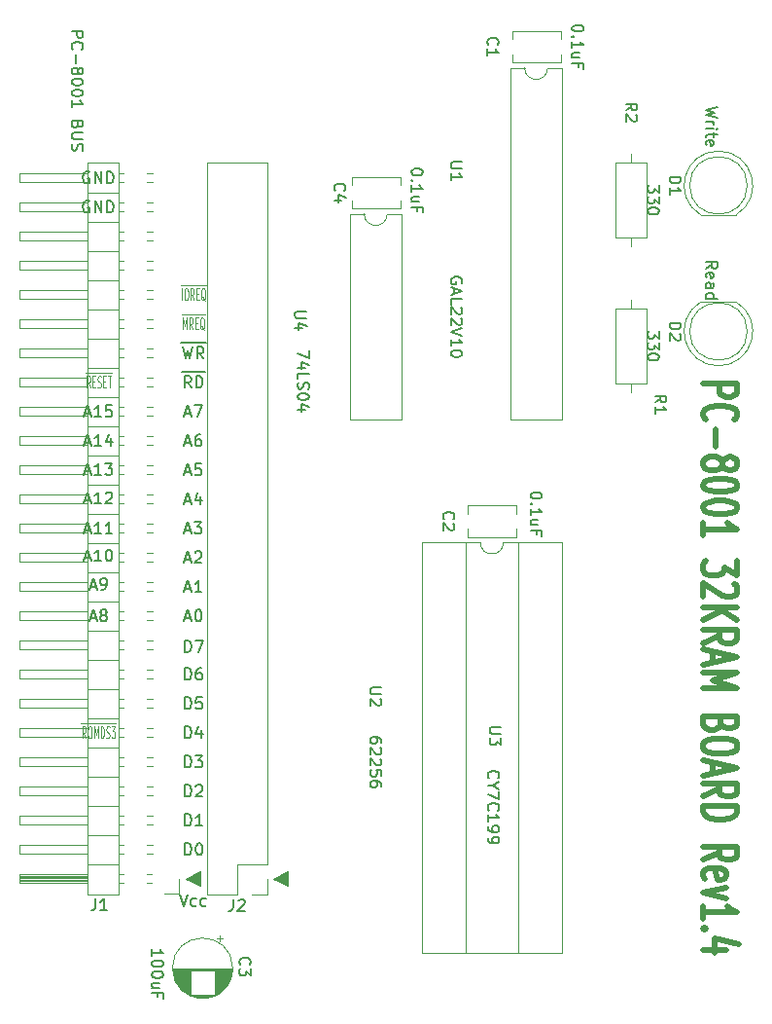
<source format=gto>
G04 #@! TF.GenerationSoftware,KiCad,Pcbnew,(5.1.9)-1*
G04 #@! TF.CreationDate,2026-01-15T21:52:05+09:00*
G04 #@! TF.ProjectId,PC-8001_RAM,50432d38-3030-4315-9f52-414d2e6b6963,rev?*
G04 #@! TF.SameCoordinates,PX53920b0PY93c3260*
G04 #@! TF.FileFunction,Legend,Top*
G04 #@! TF.FilePolarity,Positive*
%FSLAX46Y46*%
G04 Gerber Fmt 4.6, Leading zero omitted, Abs format (unit mm)*
G04 Created by KiCad (PCBNEW (5.1.9)-1) date 2026-01-15 21:52:05*
%MOMM*%
%LPD*%
G01*
G04 APERTURE LIST*
%ADD10C,0.150000*%
%ADD11C,0.100000*%
%ADD12C,0.500000*%
%ADD13C,0.120000*%
G04 APERTURE END LIST*
D10*
X22127619Y61192858D02*
X22127619Y60526191D01*
X21127619Y60954762D01*
X21794285Y59716667D02*
X21127619Y59716667D01*
X22175238Y59954762D02*
X21460952Y60192858D01*
X21460952Y59573810D01*
X21127619Y58716667D02*
X21127619Y59192858D01*
X22127619Y59192858D01*
X21175238Y58430953D02*
X21127619Y58288096D01*
X21127619Y58050000D01*
X21175238Y57954762D01*
X21222857Y57907143D01*
X21318095Y57859524D01*
X21413333Y57859524D01*
X21508571Y57907143D01*
X21556190Y57954762D01*
X21603809Y58050000D01*
X21651428Y58240477D01*
X21699047Y58335715D01*
X21746666Y58383334D01*
X21841904Y58430953D01*
X21937142Y58430953D01*
X22032380Y58383334D01*
X22080000Y58335715D01*
X22127619Y58240477D01*
X22127619Y58002381D01*
X22080000Y57859524D01*
X22127619Y57240477D02*
X22127619Y57145239D01*
X22080000Y57050000D01*
X22032380Y57002381D01*
X21937142Y56954762D01*
X21746666Y56907143D01*
X21508571Y56907143D01*
X21318095Y56954762D01*
X21222857Y57002381D01*
X21175238Y57050000D01*
X21127619Y57145239D01*
X21127619Y57240477D01*
X21175238Y57335715D01*
X21222857Y57383334D01*
X21318095Y57430953D01*
X21508571Y57478572D01*
X21746666Y57478572D01*
X21937142Y57430953D01*
X22032380Y57383334D01*
X22080000Y57335715D01*
X22127619Y57240477D01*
X21794285Y56050000D02*
X21127619Y56050000D01*
X22175238Y56288096D02*
X21460952Y56526191D01*
X21460952Y55907143D01*
X32037619Y76772858D02*
X32037619Y76677620D01*
X31990000Y76582381D01*
X31942380Y76534762D01*
X31847142Y76487143D01*
X31656666Y76439524D01*
X31418571Y76439524D01*
X31228095Y76487143D01*
X31132857Y76534762D01*
X31085238Y76582381D01*
X31037619Y76677620D01*
X31037619Y76772858D01*
X31085238Y76868096D01*
X31132857Y76915715D01*
X31228095Y76963334D01*
X31418571Y77010953D01*
X31656666Y77010953D01*
X31847142Y76963334D01*
X31942380Y76915715D01*
X31990000Y76868096D01*
X32037619Y76772858D01*
X31132857Y76010953D02*
X31085238Y75963334D01*
X31037619Y76010953D01*
X31085238Y76058572D01*
X31132857Y76010953D01*
X31037619Y76010953D01*
X31037619Y75010953D02*
X31037619Y75582381D01*
X31037619Y75296667D02*
X32037619Y75296667D01*
X31894761Y75391905D01*
X31799523Y75487143D01*
X31751904Y75582381D01*
X31704285Y74153810D02*
X31037619Y74153810D01*
X31704285Y74582381D02*
X31180476Y74582381D01*
X31085238Y74534762D01*
X31037619Y74439524D01*
X31037619Y74296667D01*
X31085238Y74201429D01*
X31132857Y74153810D01*
X31561428Y73344286D02*
X31561428Y73677620D01*
X31037619Y73677620D02*
X32037619Y73677620D01*
X32037619Y73201429D01*
D11*
G36*
X12700000Y14605000D02*
G01*
X11430000Y15240000D01*
X12700000Y15875000D01*
X12700000Y14605000D01*
G37*
X12700000Y14605000D02*
X11430000Y15240000D01*
X12700000Y15875000D01*
X12700000Y14605000D01*
G36*
X20320000Y14605000D02*
G01*
X19050000Y15240000D01*
X20320000Y15875000D01*
X20320000Y14605000D01*
G37*
X20320000Y14605000D02*
X19050000Y15240000D01*
X20320000Y15875000D01*
X20320000Y14605000D01*
D10*
X37792857Y24013810D02*
X37745238Y24061429D01*
X37697619Y24204286D01*
X37697619Y24299524D01*
X37745238Y24442381D01*
X37840476Y24537620D01*
X37935714Y24585239D01*
X38126190Y24632858D01*
X38269047Y24632858D01*
X38459523Y24585239D01*
X38554761Y24537620D01*
X38650000Y24442381D01*
X38697619Y24299524D01*
X38697619Y24204286D01*
X38650000Y24061429D01*
X38602380Y24013810D01*
X38173809Y23394762D02*
X37697619Y23394762D01*
X38697619Y23728096D02*
X38173809Y23394762D01*
X38697619Y23061429D01*
X38697619Y22823334D02*
X38697619Y22156667D01*
X37697619Y22585239D01*
X37792857Y21204286D02*
X37745238Y21251905D01*
X37697619Y21394762D01*
X37697619Y21490000D01*
X37745238Y21632858D01*
X37840476Y21728096D01*
X37935714Y21775715D01*
X38126190Y21823334D01*
X38269047Y21823334D01*
X38459523Y21775715D01*
X38554761Y21728096D01*
X38650000Y21632858D01*
X38697619Y21490000D01*
X38697619Y21394762D01*
X38650000Y21251905D01*
X38602380Y21204286D01*
X37697619Y20251905D02*
X37697619Y20823334D01*
X37697619Y20537620D02*
X38697619Y20537620D01*
X38554761Y20632858D01*
X38459523Y20728096D01*
X38411904Y20823334D01*
X37697619Y19775715D02*
X37697619Y19585239D01*
X37745238Y19490000D01*
X37792857Y19442381D01*
X37935714Y19347143D01*
X38126190Y19299524D01*
X38507142Y19299524D01*
X38602380Y19347143D01*
X38650000Y19394762D01*
X38697619Y19490000D01*
X38697619Y19680477D01*
X38650000Y19775715D01*
X38602380Y19823334D01*
X38507142Y19870953D01*
X38269047Y19870953D01*
X38173809Y19823334D01*
X38126190Y19775715D01*
X38078571Y19680477D01*
X38078571Y19490000D01*
X38126190Y19394762D01*
X38173809Y19347143D01*
X38269047Y19299524D01*
X37697619Y18823334D02*
X37697619Y18632858D01*
X37745238Y18537620D01*
X37792857Y18490000D01*
X37935714Y18394762D01*
X38126190Y18347143D01*
X38507142Y18347143D01*
X38602380Y18394762D01*
X38650000Y18442381D01*
X38697619Y18537620D01*
X38697619Y18728096D01*
X38650000Y18823334D01*
X38602380Y18870953D01*
X38507142Y18918572D01*
X38269047Y18918572D01*
X38173809Y18870953D01*
X38126190Y18823334D01*
X38078571Y18728096D01*
X38078571Y18537620D01*
X38126190Y18442381D01*
X38173809Y18394762D01*
X38269047Y18347143D01*
X56697619Y68333810D02*
X57173809Y68667143D01*
X56697619Y68905239D02*
X57697619Y68905239D01*
X57697619Y68524286D01*
X57650000Y68429048D01*
X57602380Y68381429D01*
X57507142Y68333810D01*
X57364285Y68333810D01*
X57269047Y68381429D01*
X57221428Y68429048D01*
X57173809Y68524286D01*
X57173809Y68905239D01*
X56745238Y67524286D02*
X56697619Y67619524D01*
X56697619Y67810000D01*
X56745238Y67905239D01*
X56840476Y67952858D01*
X57221428Y67952858D01*
X57316666Y67905239D01*
X57364285Y67810000D01*
X57364285Y67619524D01*
X57316666Y67524286D01*
X57221428Y67476667D01*
X57126190Y67476667D01*
X57030952Y67952858D01*
X56697619Y66619524D02*
X57221428Y66619524D01*
X57316666Y66667143D01*
X57364285Y66762381D01*
X57364285Y66952858D01*
X57316666Y67048096D01*
X56745238Y66619524D02*
X56697619Y66714762D01*
X56697619Y66952858D01*
X56745238Y67048096D01*
X56840476Y67095715D01*
X56935714Y67095715D01*
X57030952Y67048096D01*
X57078571Y66952858D01*
X57078571Y66714762D01*
X57126190Y66619524D01*
X56697619Y65714762D02*
X57697619Y65714762D01*
X56745238Y65714762D02*
X56697619Y65810000D01*
X56697619Y66000477D01*
X56745238Y66095715D01*
X56792857Y66143334D01*
X56888095Y66190953D01*
X57173809Y66190953D01*
X57269047Y66143334D01*
X57316666Y66095715D01*
X57364285Y66000477D01*
X57364285Y65810000D01*
X57316666Y65714762D01*
X57697619Y82335477D02*
X56697619Y82097381D01*
X57411904Y81906905D01*
X56697619Y81716429D01*
X57697619Y81478334D01*
X56697619Y81097381D02*
X57364285Y81097381D01*
X57173809Y81097381D02*
X57269047Y81049762D01*
X57316666Y81002143D01*
X57364285Y80906905D01*
X57364285Y80811667D01*
X56697619Y80478334D02*
X57364285Y80478334D01*
X57697619Y80478334D02*
X57650000Y80525953D01*
X57602380Y80478334D01*
X57650000Y80430715D01*
X57697619Y80478334D01*
X57602380Y80478334D01*
X57364285Y80145000D02*
X57364285Y79764048D01*
X57697619Y80002143D02*
X56840476Y80002143D01*
X56745238Y79954524D01*
X56697619Y79859286D01*
X56697619Y79764048D01*
X56745238Y79049762D02*
X56697619Y79145000D01*
X56697619Y79335477D01*
X56745238Y79430715D01*
X56840476Y79478334D01*
X57221428Y79478334D01*
X57316666Y79430715D01*
X57364285Y79335477D01*
X57364285Y79145000D01*
X57316666Y79049762D01*
X57221428Y79002143D01*
X57126190Y79002143D01*
X57030952Y79478334D01*
X52617619Y62880715D02*
X52617619Y62261667D01*
X52236666Y62595000D01*
X52236666Y62452143D01*
X52189047Y62356905D01*
X52141428Y62309286D01*
X52046190Y62261667D01*
X51808095Y62261667D01*
X51712857Y62309286D01*
X51665238Y62356905D01*
X51617619Y62452143D01*
X51617619Y62737858D01*
X51665238Y62833096D01*
X51712857Y62880715D01*
X52617619Y61928334D02*
X52617619Y61309286D01*
X52236666Y61642620D01*
X52236666Y61499762D01*
X52189047Y61404524D01*
X52141428Y61356905D01*
X52046190Y61309286D01*
X51808095Y61309286D01*
X51712857Y61356905D01*
X51665238Y61404524D01*
X51617619Y61499762D01*
X51617619Y61785477D01*
X51665238Y61880715D01*
X51712857Y61928334D01*
X52617619Y60690239D02*
X52617619Y60595000D01*
X52570000Y60499762D01*
X52522380Y60452143D01*
X52427142Y60404524D01*
X52236666Y60356905D01*
X51998571Y60356905D01*
X51808095Y60404524D01*
X51712857Y60452143D01*
X51665238Y60499762D01*
X51617619Y60595000D01*
X51617619Y60690239D01*
X51665238Y60785477D01*
X51712857Y60833096D01*
X51808095Y60880715D01*
X51998571Y60928334D01*
X52236666Y60928334D01*
X52427142Y60880715D01*
X52522380Y60833096D01*
X52570000Y60785477D01*
X52617619Y60690239D01*
X52617619Y75580715D02*
X52617619Y74961667D01*
X52236666Y75295000D01*
X52236666Y75152143D01*
X52189047Y75056905D01*
X52141428Y75009286D01*
X52046190Y74961667D01*
X51808095Y74961667D01*
X51712857Y75009286D01*
X51665238Y75056905D01*
X51617619Y75152143D01*
X51617619Y75437858D01*
X51665238Y75533096D01*
X51712857Y75580715D01*
X52617619Y74628334D02*
X52617619Y74009286D01*
X52236666Y74342620D01*
X52236666Y74199762D01*
X52189047Y74104524D01*
X52141428Y74056905D01*
X52046190Y74009286D01*
X51808095Y74009286D01*
X51712857Y74056905D01*
X51665238Y74104524D01*
X51617619Y74199762D01*
X51617619Y74485477D01*
X51665238Y74580715D01*
X51712857Y74628334D01*
X52617619Y73390239D02*
X52617619Y73295000D01*
X52570000Y73199762D01*
X52522380Y73152143D01*
X52427142Y73104524D01*
X52236666Y73056905D01*
X51998571Y73056905D01*
X51808095Y73104524D01*
X51712857Y73152143D01*
X51665238Y73199762D01*
X51617619Y73295000D01*
X51617619Y73390239D01*
X51665238Y73485477D01*
X51712857Y73533096D01*
X51808095Y73580715D01*
X51998571Y73628334D01*
X52236666Y73628334D01*
X52427142Y73580715D01*
X52522380Y73533096D01*
X52570000Y73485477D01*
X52617619Y73390239D01*
X11331904Y34977620D02*
X11331904Y35977620D01*
X11570000Y35977620D01*
X11712857Y35930000D01*
X11808095Y35834762D01*
X11855714Y35739524D01*
X11903333Y35549048D01*
X11903333Y35406191D01*
X11855714Y35215715D01*
X11808095Y35120477D01*
X11712857Y35025239D01*
X11570000Y34977620D01*
X11331904Y34977620D01*
X12236666Y35977620D02*
X12903333Y35977620D01*
X12474761Y34977620D01*
X3095714Y40673334D02*
X3571904Y40673334D01*
X3000476Y40387620D02*
X3333809Y41387620D01*
X3667142Y40387620D01*
X4048095Y40387620D02*
X4238571Y40387620D01*
X4333809Y40435239D01*
X4381428Y40482858D01*
X4476666Y40625715D01*
X4524285Y40816191D01*
X4524285Y41197143D01*
X4476666Y41292381D01*
X4429047Y41340000D01*
X4333809Y41387620D01*
X4143333Y41387620D01*
X4048095Y41340000D01*
X4000476Y41292381D01*
X3952857Y41197143D01*
X3952857Y40959048D01*
X4000476Y40863810D01*
X4048095Y40816191D01*
X4143333Y40768572D01*
X4333809Y40768572D01*
X4429047Y40816191D01*
X4476666Y40863810D01*
X4524285Y40959048D01*
X2619523Y43173334D02*
X3095714Y43173334D01*
X2524285Y42887620D02*
X2857619Y43887620D01*
X3190952Y42887620D01*
X4048095Y42887620D02*
X3476666Y42887620D01*
X3762380Y42887620D02*
X3762380Y43887620D01*
X3667142Y43744762D01*
X3571904Y43649524D01*
X3476666Y43601905D01*
X4667142Y43887620D02*
X4762380Y43887620D01*
X4857619Y43840000D01*
X4905238Y43792381D01*
X4952857Y43697143D01*
X5000476Y43506667D01*
X5000476Y43268572D01*
X4952857Y43078096D01*
X4905238Y42982858D01*
X4857619Y42935239D01*
X4762380Y42887620D01*
X4667142Y42887620D01*
X4571904Y42935239D01*
X4524285Y42982858D01*
X4476666Y43078096D01*
X4429047Y43268572D01*
X4429047Y43506667D01*
X4476666Y43697143D01*
X4524285Y43792381D01*
X4571904Y43840000D01*
X4667142Y43887620D01*
X2619523Y48173334D02*
X3095714Y48173334D01*
X2524285Y47887620D02*
X2857619Y48887620D01*
X3190952Y47887620D01*
X4048095Y47887620D02*
X3476666Y47887620D01*
X3762380Y47887620D02*
X3762380Y48887620D01*
X3667142Y48744762D01*
X3571904Y48649524D01*
X3476666Y48601905D01*
X4429047Y48792381D02*
X4476666Y48840000D01*
X4571904Y48887620D01*
X4810000Y48887620D01*
X4905238Y48840000D01*
X4952857Y48792381D01*
X5000476Y48697143D01*
X5000476Y48601905D01*
X4952857Y48459048D01*
X4381428Y47887620D01*
X5000476Y47887620D01*
X2619523Y50673334D02*
X3095714Y50673334D01*
X2524285Y50387620D02*
X2857619Y51387620D01*
X3190952Y50387620D01*
X4048095Y50387620D02*
X3476666Y50387620D01*
X3762380Y50387620D02*
X3762380Y51387620D01*
X3667142Y51244762D01*
X3571904Y51149524D01*
X3476666Y51101905D01*
X4381428Y51387620D02*
X5000476Y51387620D01*
X4667142Y51006667D01*
X4810000Y51006667D01*
X4905238Y50959048D01*
X4952857Y50911429D01*
X5000476Y50816191D01*
X5000476Y50578096D01*
X4952857Y50482858D01*
X4905238Y50435239D01*
X4810000Y50387620D01*
X4524285Y50387620D01*
X4429047Y50435239D01*
X4381428Y50482858D01*
X3008095Y76700000D02*
X2912857Y76747620D01*
X2770000Y76747620D01*
X2627142Y76700000D01*
X2531904Y76604762D01*
X2484285Y76509524D01*
X2436666Y76319048D01*
X2436666Y76176191D01*
X2484285Y75985715D01*
X2531904Y75890477D01*
X2627142Y75795239D01*
X2770000Y75747620D01*
X2865238Y75747620D01*
X3008095Y75795239D01*
X3055714Y75842858D01*
X3055714Y76176191D01*
X2865238Y76176191D01*
X3484285Y75747620D02*
X3484285Y76747620D01*
X4055714Y75747620D01*
X4055714Y76747620D01*
X4531904Y75747620D02*
X4531904Y76747620D01*
X4770000Y76747620D01*
X4912857Y76700000D01*
X5008095Y76604762D01*
X5055714Y76509524D01*
X5103333Y76319048D01*
X5103333Y76176191D01*
X5055714Y75985715D01*
X5008095Y75890477D01*
X4912857Y75795239D01*
X4770000Y75747620D01*
X4531904Y75747620D01*
X3008095Y74160000D02*
X2912857Y74207620D01*
X2770000Y74207620D01*
X2627142Y74160000D01*
X2531904Y74064762D01*
X2484285Y73969524D01*
X2436666Y73779048D01*
X2436666Y73636191D01*
X2484285Y73445715D01*
X2531904Y73350477D01*
X2627142Y73255239D01*
X2770000Y73207620D01*
X2865238Y73207620D01*
X3008095Y73255239D01*
X3055714Y73302858D01*
X3055714Y73636191D01*
X2865238Y73636191D01*
X3484285Y73207620D02*
X3484285Y74207620D01*
X4055714Y73207620D01*
X4055714Y74207620D01*
X4531904Y73207620D02*
X4531904Y74207620D01*
X4770000Y74207620D01*
X4912857Y74160000D01*
X5008095Y74064762D01*
X5055714Y73969524D01*
X5103333Y73779048D01*
X5103333Y73636191D01*
X5055714Y73445715D01*
X5008095Y73350477D01*
X4912857Y73255239D01*
X4770000Y73207620D01*
X4531904Y73207620D01*
X35425000Y67039762D02*
X35472619Y67135000D01*
X35472619Y67277858D01*
X35425000Y67420715D01*
X35329761Y67515953D01*
X35234523Y67563572D01*
X35044047Y67611191D01*
X34901190Y67611191D01*
X34710714Y67563572D01*
X34615476Y67515953D01*
X34520238Y67420715D01*
X34472619Y67277858D01*
X34472619Y67182620D01*
X34520238Y67039762D01*
X34567857Y66992143D01*
X34901190Y66992143D01*
X34901190Y67182620D01*
X34758333Y66611191D02*
X34758333Y66135000D01*
X34472619Y66706429D02*
X35472619Y66373096D01*
X34472619Y66039762D01*
X34472619Y65230239D02*
X34472619Y65706429D01*
X35472619Y65706429D01*
X35377380Y64944524D02*
X35425000Y64896905D01*
X35472619Y64801667D01*
X35472619Y64563572D01*
X35425000Y64468334D01*
X35377380Y64420715D01*
X35282142Y64373096D01*
X35186904Y64373096D01*
X35044047Y64420715D01*
X34472619Y64992143D01*
X34472619Y64373096D01*
X35377380Y63992143D02*
X35425000Y63944524D01*
X35472619Y63849286D01*
X35472619Y63611191D01*
X35425000Y63515953D01*
X35377380Y63468334D01*
X35282142Y63420715D01*
X35186904Y63420715D01*
X35044047Y63468334D01*
X34472619Y64039762D01*
X34472619Y63420715D01*
X35472619Y63135000D02*
X34472619Y62801667D01*
X35472619Y62468334D01*
X34472619Y61611191D02*
X34472619Y62182620D01*
X34472619Y61896905D02*
X35472619Y61896905D01*
X35329761Y61992143D01*
X35234523Y62087381D01*
X35186904Y62182620D01*
X35472619Y60992143D02*
X35472619Y60896905D01*
X35425000Y60801667D01*
X35377380Y60754048D01*
X35282142Y60706429D01*
X35091666Y60658810D01*
X34853571Y60658810D01*
X34663095Y60706429D01*
X34567857Y60754048D01*
X34520238Y60801667D01*
X34472619Y60896905D01*
X34472619Y60992143D01*
X34520238Y61087381D01*
X34567857Y61135000D01*
X34663095Y61182620D01*
X34853571Y61230239D01*
X35091666Y61230239D01*
X35282142Y61182620D01*
X35377380Y61135000D01*
X35425000Y61087381D01*
X35472619Y60992143D01*
X46047619Y89272858D02*
X46047619Y89177620D01*
X46000000Y89082381D01*
X45952380Y89034762D01*
X45857142Y88987143D01*
X45666666Y88939524D01*
X45428571Y88939524D01*
X45238095Y88987143D01*
X45142857Y89034762D01*
X45095238Y89082381D01*
X45047619Y89177620D01*
X45047619Y89272858D01*
X45095238Y89368096D01*
X45142857Y89415715D01*
X45238095Y89463334D01*
X45428571Y89510953D01*
X45666666Y89510953D01*
X45857142Y89463334D01*
X45952380Y89415715D01*
X46000000Y89368096D01*
X46047619Y89272858D01*
X45142857Y88510953D02*
X45095238Y88463334D01*
X45047619Y88510953D01*
X45095238Y88558572D01*
X45142857Y88510953D01*
X45047619Y88510953D01*
X45047619Y87510953D02*
X45047619Y88082381D01*
X45047619Y87796667D02*
X46047619Y87796667D01*
X45904761Y87891905D01*
X45809523Y87987143D01*
X45761904Y88082381D01*
X45714285Y86653810D02*
X45047619Y86653810D01*
X45714285Y87082381D02*
X45190476Y87082381D01*
X45095238Y87034762D01*
X45047619Y86939524D01*
X45047619Y86796667D01*
X45095238Y86701429D01*
X45142857Y86653810D01*
X45571428Y85844286D02*
X45571428Y86177620D01*
X45047619Y86177620D02*
X46047619Y86177620D01*
X46047619Y85701429D01*
X42417619Y48632858D02*
X42417619Y48537620D01*
X42370000Y48442381D01*
X42322380Y48394762D01*
X42227142Y48347143D01*
X42036666Y48299524D01*
X41798571Y48299524D01*
X41608095Y48347143D01*
X41512857Y48394762D01*
X41465238Y48442381D01*
X41417619Y48537620D01*
X41417619Y48632858D01*
X41465238Y48728096D01*
X41512857Y48775715D01*
X41608095Y48823334D01*
X41798571Y48870953D01*
X42036666Y48870953D01*
X42227142Y48823334D01*
X42322380Y48775715D01*
X42370000Y48728096D01*
X42417619Y48632858D01*
X41512857Y47870953D02*
X41465238Y47823334D01*
X41417619Y47870953D01*
X41465238Y47918572D01*
X41512857Y47870953D01*
X41417619Y47870953D01*
X41417619Y46870953D02*
X41417619Y47442381D01*
X41417619Y47156667D02*
X42417619Y47156667D01*
X42274761Y47251905D01*
X42179523Y47347143D01*
X42131904Y47442381D01*
X42084285Y46013810D02*
X41417619Y46013810D01*
X42084285Y46442381D02*
X41560476Y46442381D01*
X41465238Y46394762D01*
X41417619Y46299524D01*
X41417619Y46156667D01*
X41465238Y46061429D01*
X41512857Y46013810D01*
X41941428Y45204286D02*
X41941428Y45537620D01*
X41417619Y45537620D02*
X42417619Y45537620D01*
X42417619Y45061429D01*
X2619523Y55713334D02*
X3095714Y55713334D01*
X2524285Y55427620D02*
X2857619Y56427620D01*
X3190952Y55427620D01*
X4048095Y55427620D02*
X3476666Y55427620D01*
X3762380Y55427620D02*
X3762380Y56427620D01*
X3667142Y56284762D01*
X3571904Y56189524D01*
X3476666Y56141905D01*
X4952857Y56427620D02*
X4476666Y56427620D01*
X4429047Y55951429D01*
X4476666Y55999048D01*
X4571904Y56046667D01*
X4810000Y56046667D01*
X4905238Y55999048D01*
X4952857Y55951429D01*
X5000476Y55856191D01*
X5000476Y55618096D01*
X4952857Y55522858D01*
X4905238Y55475239D01*
X4810000Y55427620D01*
X4571904Y55427620D01*
X4476666Y55475239D01*
X4429047Y55522858D01*
X2619523Y45553334D02*
X3095714Y45553334D01*
X2524285Y45267620D02*
X2857619Y46267620D01*
X3190952Y45267620D01*
X4048095Y45267620D02*
X3476666Y45267620D01*
X3762380Y45267620D02*
X3762380Y46267620D01*
X3667142Y46124762D01*
X3571904Y46029524D01*
X3476666Y45981905D01*
X5000476Y45267620D02*
X4429047Y45267620D01*
X4714761Y45267620D02*
X4714761Y46267620D01*
X4619523Y46124762D01*
X4524285Y46029524D01*
X4429047Y45981905D01*
D11*
X2286190Y28790000D02*
X2786190Y28790000D01*
X2690952Y27487620D02*
X2524285Y27963810D01*
X2405238Y27487620D02*
X2405238Y28487620D01*
X2595714Y28487620D01*
X2643333Y28440000D01*
X2667142Y28392381D01*
X2690952Y28297143D01*
X2690952Y28154286D01*
X2667142Y28059048D01*
X2643333Y28011429D01*
X2595714Y27963810D01*
X2405238Y27963810D01*
X2786190Y28790000D02*
X3310000Y28790000D01*
X3000476Y28487620D02*
X3095714Y28487620D01*
X3143333Y28440000D01*
X3190952Y28344762D01*
X3214761Y28154286D01*
X3214761Y27820953D01*
X3190952Y27630477D01*
X3143333Y27535239D01*
X3095714Y27487620D01*
X3000476Y27487620D01*
X2952857Y27535239D01*
X2905238Y27630477D01*
X2881428Y27820953D01*
X2881428Y28154286D01*
X2905238Y28344762D01*
X2952857Y28440000D01*
X3000476Y28487620D01*
X3310000Y28790000D02*
X3881428Y28790000D01*
X3429047Y27487620D02*
X3429047Y28487620D01*
X3595714Y27773334D01*
X3762380Y28487620D01*
X3762380Y27487620D01*
X3881428Y28790000D02*
X4381428Y28790000D01*
X4000476Y27487620D02*
X4000476Y28487620D01*
X4119523Y28487620D01*
X4190952Y28440000D01*
X4238571Y28344762D01*
X4262380Y28249524D01*
X4286190Y28059048D01*
X4286190Y27916191D01*
X4262380Y27725715D01*
X4238571Y27630477D01*
X4190952Y27535239D01*
X4119523Y27487620D01*
X4000476Y27487620D01*
X4381428Y28790000D02*
X4857619Y28790000D01*
X4476666Y27535239D02*
X4548095Y27487620D01*
X4667142Y27487620D01*
X4714761Y27535239D01*
X4738571Y27582858D01*
X4762380Y27678096D01*
X4762380Y27773334D01*
X4738571Y27868572D01*
X4714761Y27916191D01*
X4667142Y27963810D01*
X4571904Y28011429D01*
X4524285Y28059048D01*
X4500476Y28106667D01*
X4476666Y28201905D01*
X4476666Y28297143D01*
X4500476Y28392381D01*
X4524285Y28440000D01*
X4571904Y28487620D01*
X4690952Y28487620D01*
X4762380Y28440000D01*
X4857619Y28790000D02*
X5333809Y28790000D01*
X4929047Y28487620D02*
X5238571Y28487620D01*
X5071904Y28106667D01*
X5143333Y28106667D01*
X5190952Y28059048D01*
X5214761Y28011429D01*
X5238571Y27916191D01*
X5238571Y27678096D01*
X5214761Y27582858D01*
X5190952Y27535239D01*
X5143333Y27487620D01*
X5000476Y27487620D01*
X4952857Y27535239D01*
X4929047Y27582858D01*
D10*
X28447619Y27114286D02*
X28447619Y27304762D01*
X28400000Y27400000D01*
X28352380Y27447620D01*
X28209523Y27542858D01*
X28019047Y27590477D01*
X27638095Y27590477D01*
X27542857Y27542858D01*
X27495238Y27495239D01*
X27447619Y27400000D01*
X27447619Y27209524D01*
X27495238Y27114286D01*
X27542857Y27066667D01*
X27638095Y27019048D01*
X27876190Y27019048D01*
X27971428Y27066667D01*
X28019047Y27114286D01*
X28066666Y27209524D01*
X28066666Y27400000D01*
X28019047Y27495239D01*
X27971428Y27542858D01*
X27876190Y27590477D01*
X28352380Y26638096D02*
X28400000Y26590477D01*
X28447619Y26495239D01*
X28447619Y26257143D01*
X28400000Y26161905D01*
X28352380Y26114286D01*
X28257142Y26066667D01*
X28161904Y26066667D01*
X28019047Y26114286D01*
X27447619Y26685715D01*
X27447619Y26066667D01*
X28352380Y25685715D02*
X28400000Y25638096D01*
X28447619Y25542858D01*
X28447619Y25304762D01*
X28400000Y25209524D01*
X28352380Y25161905D01*
X28257142Y25114286D01*
X28161904Y25114286D01*
X28019047Y25161905D01*
X27447619Y25733334D01*
X27447619Y25114286D01*
X28447619Y24209524D02*
X28447619Y24685715D01*
X27971428Y24733334D01*
X28019047Y24685715D01*
X28066666Y24590477D01*
X28066666Y24352381D01*
X28019047Y24257143D01*
X27971428Y24209524D01*
X27876190Y24161905D01*
X27638095Y24161905D01*
X27542857Y24209524D01*
X27495238Y24257143D01*
X27447619Y24352381D01*
X27447619Y24590477D01*
X27495238Y24685715D01*
X27542857Y24733334D01*
X28447619Y23304762D02*
X28447619Y23495239D01*
X28400000Y23590477D01*
X28352380Y23638096D01*
X28209523Y23733334D01*
X28019047Y23780953D01*
X27638095Y23780953D01*
X27542857Y23733334D01*
X27495238Y23685715D01*
X27447619Y23590477D01*
X27447619Y23400000D01*
X27495238Y23304762D01*
X27542857Y23257143D01*
X27638095Y23209524D01*
X27876190Y23209524D01*
X27971428Y23257143D01*
X28019047Y23304762D01*
X28066666Y23400000D01*
X28066666Y23590477D01*
X28019047Y23685715D01*
X27971428Y23733334D01*
X27876190Y23780953D01*
X1452619Y88986667D02*
X2452619Y88986667D01*
X2452619Y88605715D01*
X2405000Y88510477D01*
X2357380Y88462858D01*
X2262142Y88415239D01*
X2119285Y88415239D01*
X2024047Y88462858D01*
X1976428Y88510477D01*
X1928809Y88605715D01*
X1928809Y88986667D01*
X1547857Y87415239D02*
X1500238Y87462858D01*
X1452619Y87605715D01*
X1452619Y87700953D01*
X1500238Y87843810D01*
X1595476Y87939048D01*
X1690714Y87986667D01*
X1881190Y88034286D01*
X2024047Y88034286D01*
X2214523Y87986667D01*
X2309761Y87939048D01*
X2405000Y87843810D01*
X2452619Y87700953D01*
X2452619Y87605715D01*
X2405000Y87462858D01*
X2357380Y87415239D01*
X1833571Y86986667D02*
X1833571Y86224762D01*
X2024047Y85605715D02*
X2071666Y85700953D01*
X2119285Y85748572D01*
X2214523Y85796191D01*
X2262142Y85796191D01*
X2357380Y85748572D01*
X2405000Y85700953D01*
X2452619Y85605715D01*
X2452619Y85415239D01*
X2405000Y85320000D01*
X2357380Y85272381D01*
X2262142Y85224762D01*
X2214523Y85224762D01*
X2119285Y85272381D01*
X2071666Y85320000D01*
X2024047Y85415239D01*
X2024047Y85605715D01*
X1976428Y85700953D01*
X1928809Y85748572D01*
X1833571Y85796191D01*
X1643095Y85796191D01*
X1547857Y85748572D01*
X1500238Y85700953D01*
X1452619Y85605715D01*
X1452619Y85415239D01*
X1500238Y85320000D01*
X1547857Y85272381D01*
X1643095Y85224762D01*
X1833571Y85224762D01*
X1928809Y85272381D01*
X1976428Y85320000D01*
X2024047Y85415239D01*
X2452619Y84605715D02*
X2452619Y84510477D01*
X2405000Y84415239D01*
X2357380Y84367620D01*
X2262142Y84320000D01*
X2071666Y84272381D01*
X1833571Y84272381D01*
X1643095Y84320000D01*
X1547857Y84367620D01*
X1500238Y84415239D01*
X1452619Y84510477D01*
X1452619Y84605715D01*
X1500238Y84700953D01*
X1547857Y84748572D01*
X1643095Y84796191D01*
X1833571Y84843810D01*
X2071666Y84843810D01*
X2262142Y84796191D01*
X2357380Y84748572D01*
X2405000Y84700953D01*
X2452619Y84605715D01*
X2452619Y83653334D02*
X2452619Y83558096D01*
X2405000Y83462858D01*
X2357380Y83415239D01*
X2262142Y83367620D01*
X2071666Y83320000D01*
X1833571Y83320000D01*
X1643095Y83367620D01*
X1547857Y83415239D01*
X1500238Y83462858D01*
X1452619Y83558096D01*
X1452619Y83653334D01*
X1500238Y83748572D01*
X1547857Y83796191D01*
X1643095Y83843810D01*
X1833571Y83891429D01*
X2071666Y83891429D01*
X2262142Y83843810D01*
X2357380Y83796191D01*
X2405000Y83748572D01*
X2452619Y83653334D01*
X1452619Y82367620D02*
X1452619Y82939048D01*
X1452619Y82653334D02*
X2452619Y82653334D01*
X2309761Y82748572D01*
X2214523Y82843810D01*
X2166904Y82939048D01*
X1976428Y80843810D02*
X1928809Y80700953D01*
X1881190Y80653334D01*
X1785952Y80605715D01*
X1643095Y80605715D01*
X1547857Y80653334D01*
X1500238Y80700953D01*
X1452619Y80796191D01*
X1452619Y81177143D01*
X2452619Y81177143D01*
X2452619Y80843810D01*
X2405000Y80748572D01*
X2357380Y80700953D01*
X2262142Y80653334D01*
X2166904Y80653334D01*
X2071666Y80700953D01*
X2024047Y80748572D01*
X1976428Y80843810D01*
X1976428Y81177143D01*
X2452619Y80177143D02*
X1643095Y80177143D01*
X1547857Y80129524D01*
X1500238Y80081905D01*
X1452619Y79986667D01*
X1452619Y79796191D01*
X1500238Y79700953D01*
X1547857Y79653334D01*
X1643095Y79605715D01*
X2452619Y79605715D01*
X1500238Y79177143D02*
X1452619Y79034286D01*
X1452619Y78796191D01*
X1500238Y78700953D01*
X1547857Y78653334D01*
X1643095Y78605715D01*
X1738333Y78605715D01*
X1833571Y78653334D01*
X1881190Y78700953D01*
X1928809Y78796191D01*
X1976428Y78986667D01*
X2024047Y79081905D01*
X2071666Y79129524D01*
X2166904Y79177143D01*
X2262142Y79177143D01*
X2357380Y79129524D01*
X2405000Y79081905D01*
X2452619Y78986667D01*
X2452619Y78748572D01*
X2405000Y78605715D01*
X8437619Y8532620D02*
X8437619Y9104048D01*
X8437619Y8818334D02*
X9437619Y8818334D01*
X9294761Y8913572D01*
X9199523Y9008810D01*
X9151904Y9104048D01*
X9437619Y7913572D02*
X9437619Y7818334D01*
X9390000Y7723096D01*
X9342380Y7675477D01*
X9247142Y7627858D01*
X9056666Y7580239D01*
X8818571Y7580239D01*
X8628095Y7627858D01*
X8532857Y7675477D01*
X8485238Y7723096D01*
X8437619Y7818334D01*
X8437619Y7913572D01*
X8485238Y8008810D01*
X8532857Y8056429D01*
X8628095Y8104048D01*
X8818571Y8151667D01*
X9056666Y8151667D01*
X9247142Y8104048D01*
X9342380Y8056429D01*
X9390000Y8008810D01*
X9437619Y7913572D01*
X9437619Y6961191D02*
X9437619Y6865953D01*
X9390000Y6770715D01*
X9342380Y6723096D01*
X9247142Y6675477D01*
X9056666Y6627858D01*
X8818571Y6627858D01*
X8628095Y6675477D01*
X8532857Y6723096D01*
X8485238Y6770715D01*
X8437619Y6865953D01*
X8437619Y6961191D01*
X8485238Y7056429D01*
X8532857Y7104048D01*
X8628095Y7151667D01*
X8818571Y7199286D01*
X9056666Y7199286D01*
X9247142Y7151667D01*
X9342380Y7104048D01*
X9390000Y7056429D01*
X9437619Y6961191D01*
X9104285Y5770715D02*
X8437619Y5770715D01*
X9104285Y6199286D02*
X8580476Y6199286D01*
X8485238Y6151667D01*
X8437619Y6056429D01*
X8437619Y5913572D01*
X8485238Y5818334D01*
X8532857Y5770715D01*
X8961428Y4961191D02*
X8961428Y5294524D01*
X8437619Y5294524D02*
X9437619Y5294524D01*
X9437619Y4818334D01*
X2619523Y53173334D02*
X3095714Y53173334D01*
X2524285Y52887620D02*
X2857619Y53887620D01*
X3190952Y52887620D01*
X4048095Y52887620D02*
X3476666Y52887620D01*
X3762380Y52887620D02*
X3762380Y53887620D01*
X3667142Y53744762D01*
X3571904Y53649524D01*
X3476666Y53601905D01*
X4905238Y53554286D02*
X4905238Y52887620D01*
X4667142Y53935239D02*
X4429047Y53220953D01*
X5048095Y53220953D01*
D11*
X2679047Y59270000D02*
X3179047Y59270000D01*
X3083809Y57967620D02*
X2917142Y58443810D01*
X2798095Y57967620D02*
X2798095Y58967620D01*
X2988571Y58967620D01*
X3036190Y58920000D01*
X3060000Y58872381D01*
X3083809Y58777143D01*
X3083809Y58634286D01*
X3060000Y58539048D01*
X3036190Y58491429D01*
X2988571Y58443810D01*
X2798095Y58443810D01*
X3179047Y59270000D02*
X3631428Y59270000D01*
X3298095Y58491429D02*
X3464761Y58491429D01*
X3536190Y57967620D02*
X3298095Y57967620D01*
X3298095Y58967620D01*
X3536190Y58967620D01*
X3631428Y59270000D02*
X4107619Y59270000D01*
X3726666Y58015239D02*
X3798095Y57967620D01*
X3917142Y57967620D01*
X3964761Y58015239D01*
X3988571Y58062858D01*
X4012380Y58158096D01*
X4012380Y58253334D01*
X3988571Y58348572D01*
X3964761Y58396191D01*
X3917142Y58443810D01*
X3821904Y58491429D01*
X3774285Y58539048D01*
X3750476Y58586667D01*
X3726666Y58681905D01*
X3726666Y58777143D01*
X3750476Y58872381D01*
X3774285Y58920000D01*
X3821904Y58967620D01*
X3940952Y58967620D01*
X4012380Y58920000D01*
X4107619Y59270000D02*
X4560000Y59270000D01*
X4226666Y58491429D02*
X4393333Y58491429D01*
X4464761Y57967620D02*
X4226666Y57967620D01*
X4226666Y58967620D01*
X4464761Y58967620D01*
X4560000Y59270000D02*
X4940952Y59270000D01*
X4607619Y58967620D02*
X4893333Y58967620D01*
X4750476Y57967620D02*
X4750476Y58967620D01*
D10*
X3095714Y37933334D02*
X3571904Y37933334D01*
X3000476Y37647620D02*
X3333809Y38647620D01*
X3667142Y37647620D01*
X4143333Y38219048D02*
X4048095Y38266667D01*
X4000476Y38314286D01*
X3952857Y38409524D01*
X3952857Y38457143D01*
X4000476Y38552381D01*
X4048095Y38600000D01*
X4143333Y38647620D01*
X4333809Y38647620D01*
X4429047Y38600000D01*
X4476666Y38552381D01*
X4524285Y38457143D01*
X4524285Y38409524D01*
X4476666Y38314286D01*
X4429047Y38266667D01*
X4333809Y38219048D01*
X4143333Y38219048D01*
X4048095Y38171429D01*
X4000476Y38123810D01*
X3952857Y38028572D01*
X3952857Y37838096D01*
X4000476Y37742858D01*
X4048095Y37695239D01*
X4143333Y37647620D01*
X4333809Y37647620D01*
X4429047Y37695239D01*
X4476666Y37742858D01*
X4524285Y37838096D01*
X4524285Y38028572D01*
X4476666Y38123810D01*
X4429047Y38171429D01*
X4333809Y38219048D01*
X10874523Y13882620D02*
X11207857Y12882620D01*
X11541190Y13882620D01*
X12303095Y12930239D02*
X12207857Y12882620D01*
X12017380Y12882620D01*
X11922142Y12930239D01*
X11874523Y12977858D01*
X11826904Y13073096D01*
X11826904Y13358810D01*
X11874523Y13454048D01*
X11922142Y13501667D01*
X12017380Y13549286D01*
X12207857Y13549286D01*
X12303095Y13501667D01*
X13160238Y12930239D02*
X13065000Y12882620D01*
X12874523Y12882620D01*
X12779285Y12930239D01*
X12731666Y12977858D01*
X12684047Y13073096D01*
X12684047Y13358810D01*
X12731666Y13454048D01*
X12779285Y13501667D01*
X12874523Y13549286D01*
X13065000Y13549286D01*
X13160238Y13501667D01*
X11326904Y17327620D02*
X11326904Y18327620D01*
X11565000Y18327620D01*
X11707857Y18280000D01*
X11803095Y18184762D01*
X11850714Y18089524D01*
X11898333Y17899048D01*
X11898333Y17756191D01*
X11850714Y17565715D01*
X11803095Y17470477D01*
X11707857Y17375239D01*
X11565000Y17327620D01*
X11326904Y17327620D01*
X12517380Y18327620D02*
X12612619Y18327620D01*
X12707857Y18280000D01*
X12755476Y18232381D01*
X12803095Y18137143D01*
X12850714Y17946667D01*
X12850714Y17708572D01*
X12803095Y17518096D01*
X12755476Y17422858D01*
X12707857Y17375239D01*
X12612619Y17327620D01*
X12517380Y17327620D01*
X12422142Y17375239D01*
X12374523Y17422858D01*
X12326904Y17518096D01*
X12279285Y17708572D01*
X12279285Y17946667D01*
X12326904Y18137143D01*
X12374523Y18232381D01*
X12422142Y18280000D01*
X12517380Y18327620D01*
X11326904Y19867620D02*
X11326904Y20867620D01*
X11565000Y20867620D01*
X11707857Y20820000D01*
X11803095Y20724762D01*
X11850714Y20629524D01*
X11898333Y20439048D01*
X11898333Y20296191D01*
X11850714Y20105715D01*
X11803095Y20010477D01*
X11707857Y19915239D01*
X11565000Y19867620D01*
X11326904Y19867620D01*
X12850714Y19867620D02*
X12279285Y19867620D01*
X12565000Y19867620D02*
X12565000Y20867620D01*
X12469761Y20724762D01*
X12374523Y20629524D01*
X12279285Y20581905D01*
X11326904Y22407620D02*
X11326904Y23407620D01*
X11565000Y23407620D01*
X11707857Y23360000D01*
X11803095Y23264762D01*
X11850714Y23169524D01*
X11898333Y22979048D01*
X11898333Y22836191D01*
X11850714Y22645715D01*
X11803095Y22550477D01*
X11707857Y22455239D01*
X11565000Y22407620D01*
X11326904Y22407620D01*
X12279285Y23312381D02*
X12326904Y23360000D01*
X12422142Y23407620D01*
X12660238Y23407620D01*
X12755476Y23360000D01*
X12803095Y23312381D01*
X12850714Y23217143D01*
X12850714Y23121905D01*
X12803095Y22979048D01*
X12231666Y22407620D01*
X12850714Y22407620D01*
X11326904Y24947620D02*
X11326904Y25947620D01*
X11565000Y25947620D01*
X11707857Y25900000D01*
X11803095Y25804762D01*
X11850714Y25709524D01*
X11898333Y25519048D01*
X11898333Y25376191D01*
X11850714Y25185715D01*
X11803095Y25090477D01*
X11707857Y24995239D01*
X11565000Y24947620D01*
X11326904Y24947620D01*
X12231666Y25947620D02*
X12850714Y25947620D01*
X12517380Y25566667D01*
X12660238Y25566667D01*
X12755476Y25519048D01*
X12803095Y25471429D01*
X12850714Y25376191D01*
X12850714Y25138096D01*
X12803095Y25042858D01*
X12755476Y24995239D01*
X12660238Y24947620D01*
X12374523Y24947620D01*
X12279285Y24995239D01*
X12231666Y25042858D01*
X11326904Y27487620D02*
X11326904Y28487620D01*
X11565000Y28487620D01*
X11707857Y28440000D01*
X11803095Y28344762D01*
X11850714Y28249524D01*
X11898333Y28059048D01*
X11898333Y27916191D01*
X11850714Y27725715D01*
X11803095Y27630477D01*
X11707857Y27535239D01*
X11565000Y27487620D01*
X11326904Y27487620D01*
X12755476Y28154286D02*
X12755476Y27487620D01*
X12517380Y28535239D02*
X12279285Y27820953D01*
X12898333Y27820953D01*
X11326904Y30027620D02*
X11326904Y31027620D01*
X11565000Y31027620D01*
X11707857Y30980000D01*
X11803095Y30884762D01*
X11850714Y30789524D01*
X11898333Y30599048D01*
X11898333Y30456191D01*
X11850714Y30265715D01*
X11803095Y30170477D01*
X11707857Y30075239D01*
X11565000Y30027620D01*
X11326904Y30027620D01*
X12803095Y31027620D02*
X12326904Y31027620D01*
X12279285Y30551429D01*
X12326904Y30599048D01*
X12422142Y30646667D01*
X12660238Y30646667D01*
X12755476Y30599048D01*
X12803095Y30551429D01*
X12850714Y30456191D01*
X12850714Y30218096D01*
X12803095Y30122858D01*
X12755476Y30075239D01*
X12660238Y30027620D01*
X12422142Y30027620D01*
X12326904Y30075239D01*
X12279285Y30122858D01*
X11326904Y32567620D02*
X11326904Y33567620D01*
X11565000Y33567620D01*
X11707857Y33520000D01*
X11803095Y33424762D01*
X11850714Y33329524D01*
X11898333Y33139048D01*
X11898333Y32996191D01*
X11850714Y32805715D01*
X11803095Y32710477D01*
X11707857Y32615239D01*
X11565000Y32567620D01*
X11326904Y32567620D01*
X12755476Y33567620D02*
X12565000Y33567620D01*
X12469761Y33520000D01*
X12422142Y33472381D01*
X12326904Y33329524D01*
X12279285Y33139048D01*
X12279285Y32758096D01*
X12326904Y32662858D01*
X12374523Y32615239D01*
X12469761Y32567620D01*
X12660238Y32567620D01*
X12755476Y32615239D01*
X12803095Y32662858D01*
X12850714Y32758096D01*
X12850714Y32996191D01*
X12803095Y33091429D01*
X12755476Y33139048D01*
X12660238Y33186667D01*
X12469761Y33186667D01*
X12374523Y33139048D01*
X12326904Y33091429D01*
X12279285Y32996191D01*
X11350714Y37933334D02*
X11826904Y37933334D01*
X11255476Y37647620D02*
X11588809Y38647620D01*
X11922142Y37647620D01*
X12445952Y38647620D02*
X12541190Y38647620D01*
X12636428Y38600000D01*
X12684047Y38552381D01*
X12731666Y38457143D01*
X12779285Y38266667D01*
X12779285Y38028572D01*
X12731666Y37838096D01*
X12684047Y37742858D01*
X12636428Y37695239D01*
X12541190Y37647620D01*
X12445952Y37647620D01*
X12350714Y37695239D01*
X12303095Y37742858D01*
X12255476Y37838096D01*
X12207857Y38028572D01*
X12207857Y38266667D01*
X12255476Y38457143D01*
X12303095Y38552381D01*
X12350714Y38600000D01*
X12445952Y38647620D01*
X11350714Y40473334D02*
X11826904Y40473334D01*
X11255476Y40187620D02*
X11588809Y41187620D01*
X11922142Y40187620D01*
X12779285Y40187620D02*
X12207857Y40187620D01*
X12493571Y40187620D02*
X12493571Y41187620D01*
X12398333Y41044762D01*
X12303095Y40949524D01*
X12207857Y40901905D01*
X11350714Y43013334D02*
X11826904Y43013334D01*
X11255476Y42727620D02*
X11588809Y43727620D01*
X11922142Y42727620D01*
X12207857Y43632381D02*
X12255476Y43680000D01*
X12350714Y43727620D01*
X12588809Y43727620D01*
X12684047Y43680000D01*
X12731666Y43632381D01*
X12779285Y43537143D01*
X12779285Y43441905D01*
X12731666Y43299048D01*
X12160238Y42727620D01*
X12779285Y42727620D01*
X11350714Y45553334D02*
X11826904Y45553334D01*
X11255476Y45267620D02*
X11588809Y46267620D01*
X11922142Y45267620D01*
X12160238Y46267620D02*
X12779285Y46267620D01*
X12445952Y45886667D01*
X12588809Y45886667D01*
X12684047Y45839048D01*
X12731666Y45791429D01*
X12779285Y45696191D01*
X12779285Y45458096D01*
X12731666Y45362858D01*
X12684047Y45315239D01*
X12588809Y45267620D01*
X12303095Y45267620D01*
X12207857Y45315239D01*
X12160238Y45362858D01*
X11350714Y48093334D02*
X11826904Y48093334D01*
X11255476Y47807620D02*
X11588809Y48807620D01*
X11922142Y47807620D01*
X12684047Y48474286D02*
X12684047Y47807620D01*
X12445952Y48855239D02*
X12207857Y48140953D01*
X12826904Y48140953D01*
X11350714Y50633334D02*
X11826904Y50633334D01*
X11255476Y50347620D02*
X11588809Y51347620D01*
X11922142Y50347620D01*
X12731666Y51347620D02*
X12255476Y51347620D01*
X12207857Y50871429D01*
X12255476Y50919048D01*
X12350714Y50966667D01*
X12588809Y50966667D01*
X12684047Y50919048D01*
X12731666Y50871429D01*
X12779285Y50776191D01*
X12779285Y50538096D01*
X12731666Y50442858D01*
X12684047Y50395239D01*
X12588809Y50347620D01*
X12350714Y50347620D01*
X12255476Y50395239D01*
X12207857Y50442858D01*
X11350714Y53173334D02*
X11826904Y53173334D01*
X11255476Y52887620D02*
X11588809Y53887620D01*
X11922142Y52887620D01*
X12684047Y53887620D02*
X12493571Y53887620D01*
X12398333Y53840000D01*
X12350714Y53792381D01*
X12255476Y53649524D01*
X12207857Y53459048D01*
X12207857Y53078096D01*
X12255476Y52982858D01*
X12303095Y52935239D01*
X12398333Y52887620D01*
X12588809Y52887620D01*
X12684047Y52935239D01*
X12731666Y52982858D01*
X12779285Y53078096D01*
X12779285Y53316191D01*
X12731666Y53411429D01*
X12684047Y53459048D01*
X12588809Y53506667D01*
X12398333Y53506667D01*
X12303095Y53459048D01*
X12255476Y53411429D01*
X12207857Y53316191D01*
X11350714Y55713334D02*
X11826904Y55713334D01*
X11255476Y55427620D02*
X11588809Y56427620D01*
X11922142Y55427620D01*
X12160238Y56427620D02*
X12826904Y56427620D01*
X12398333Y55427620D01*
X11065000Y59335000D02*
X12065000Y59335000D01*
X11874523Y57967620D02*
X11541190Y58443810D01*
X11303095Y57967620D02*
X11303095Y58967620D01*
X11684047Y58967620D01*
X11779285Y58920000D01*
X11826904Y58872381D01*
X11874523Y58777143D01*
X11874523Y58634286D01*
X11826904Y58539048D01*
X11779285Y58491429D01*
X11684047Y58443810D01*
X11303095Y58443810D01*
X12065000Y59335000D02*
X13065000Y59335000D01*
X12303095Y57967620D02*
X12303095Y58967620D01*
X12541190Y58967620D01*
X12684047Y58920000D01*
X12779285Y58824762D01*
X12826904Y58729524D01*
X12874523Y58539048D01*
X12874523Y58396191D01*
X12826904Y58205715D01*
X12779285Y58110477D01*
X12684047Y58015239D01*
X12541190Y57967620D01*
X12303095Y57967620D01*
X10993571Y61875000D02*
X12136428Y61875000D01*
X11136428Y61507620D02*
X11374523Y60507620D01*
X11565000Y61221905D01*
X11755476Y60507620D01*
X11993571Y61507620D01*
X12136428Y61875000D02*
X13136428Y61875000D01*
X12945952Y60507620D02*
X12612619Y60983810D01*
X12374523Y60507620D02*
X12374523Y61507620D01*
X12755476Y61507620D01*
X12850714Y61460000D01*
X12898333Y61412381D01*
X12945952Y61317143D01*
X12945952Y61174286D01*
X12898333Y61079048D01*
X12850714Y61031429D01*
X12755476Y60983810D01*
X12374523Y60983810D01*
D11*
X11041190Y64350000D02*
X11612619Y64350000D01*
X11160238Y63047620D02*
X11160238Y64047620D01*
X11326904Y63333334D01*
X11493571Y64047620D01*
X11493571Y63047620D01*
X11612619Y64350000D02*
X12112619Y64350000D01*
X12017380Y63047620D02*
X11850714Y63523810D01*
X11731666Y63047620D02*
X11731666Y64047620D01*
X11922142Y64047620D01*
X11969761Y64000000D01*
X11993571Y63952381D01*
X12017380Y63857143D01*
X12017380Y63714286D01*
X11993571Y63619048D01*
X11969761Y63571429D01*
X11922142Y63523810D01*
X11731666Y63523810D01*
X12112619Y64350000D02*
X12565000Y64350000D01*
X12231666Y63571429D02*
X12398333Y63571429D01*
X12469761Y63047620D02*
X12231666Y63047620D01*
X12231666Y64047620D01*
X12469761Y64047620D01*
X12565000Y64350000D02*
X13088809Y64350000D01*
X13017380Y62952381D02*
X12969761Y63000000D01*
X12922142Y63095239D01*
X12850714Y63238096D01*
X12803095Y63285715D01*
X12755476Y63285715D01*
X12779285Y63047620D02*
X12731666Y63095239D01*
X12684047Y63190477D01*
X12660238Y63380953D01*
X12660238Y63714286D01*
X12684047Y63904762D01*
X12731666Y64000000D01*
X12779285Y64047620D01*
X12874523Y64047620D01*
X12922142Y64000000D01*
X12969761Y63904762D01*
X12993571Y63714286D01*
X12993571Y63380953D01*
X12969761Y63190477D01*
X12922142Y63095239D01*
X12874523Y63047620D01*
X12779285Y63047620D01*
X10945952Y66890000D02*
X11184047Y66890000D01*
X11065000Y65587620D02*
X11065000Y66587620D01*
X11184047Y66890000D02*
X11707857Y66890000D01*
X11398333Y66587620D02*
X11493571Y66587620D01*
X11541190Y66540000D01*
X11588809Y66444762D01*
X11612619Y66254286D01*
X11612619Y65920953D01*
X11588809Y65730477D01*
X11541190Y65635239D01*
X11493571Y65587620D01*
X11398333Y65587620D01*
X11350714Y65635239D01*
X11303095Y65730477D01*
X11279285Y65920953D01*
X11279285Y66254286D01*
X11303095Y66444762D01*
X11350714Y66540000D01*
X11398333Y66587620D01*
X11707857Y66890000D02*
X12207857Y66890000D01*
X12112619Y65587620D02*
X11945952Y66063810D01*
X11826904Y65587620D02*
X11826904Y66587620D01*
X12017380Y66587620D01*
X12065000Y66540000D01*
X12088809Y66492381D01*
X12112619Y66397143D01*
X12112619Y66254286D01*
X12088809Y66159048D01*
X12065000Y66111429D01*
X12017380Y66063810D01*
X11826904Y66063810D01*
X12207857Y66890000D02*
X12660238Y66890000D01*
X12326904Y66111429D02*
X12493571Y66111429D01*
X12565000Y65587620D02*
X12326904Y65587620D01*
X12326904Y66587620D01*
X12565000Y66587620D01*
X12660238Y66890000D02*
X13184047Y66890000D01*
X13112619Y65492381D02*
X13065000Y65540000D01*
X13017380Y65635239D01*
X12945952Y65778096D01*
X12898333Y65825715D01*
X12850714Y65825715D01*
X12874523Y65587620D02*
X12826904Y65635239D01*
X12779285Y65730477D01*
X12755476Y65920953D01*
X12755476Y66254286D01*
X12779285Y66444762D01*
X12826904Y66540000D01*
X12874523Y66587620D01*
X12969761Y66587620D01*
X13017380Y66540000D01*
X13065000Y66444762D01*
X13088809Y66254286D01*
X13088809Y65920953D01*
X13065000Y65730477D01*
X13017380Y65635239D01*
X12969761Y65587620D01*
X12874523Y65587620D01*
D12*
X56427857Y58321667D02*
X59427857Y58321667D01*
X59427857Y57559762D01*
X59285000Y57369286D01*
X59142142Y57274048D01*
X58856428Y57178810D01*
X58427857Y57178810D01*
X58142142Y57274048D01*
X57999285Y57369286D01*
X57856428Y57559762D01*
X57856428Y58321667D01*
X56713571Y55178810D02*
X56570714Y55274048D01*
X56427857Y55559762D01*
X56427857Y55750239D01*
X56570714Y56035953D01*
X56856428Y56226429D01*
X57142142Y56321667D01*
X57713571Y56416905D01*
X58142142Y56416905D01*
X58713571Y56321667D01*
X58999285Y56226429D01*
X59285000Y56035953D01*
X59427857Y55750239D01*
X59427857Y55559762D01*
X59285000Y55274048D01*
X59142142Y55178810D01*
X57570714Y54321667D02*
X57570714Y52797858D01*
X58142142Y51559762D02*
X58285000Y51750239D01*
X58427857Y51845477D01*
X58713571Y51940715D01*
X58856428Y51940715D01*
X59142142Y51845477D01*
X59285000Y51750239D01*
X59427857Y51559762D01*
X59427857Y51178810D01*
X59285000Y50988334D01*
X59142142Y50893096D01*
X58856428Y50797858D01*
X58713571Y50797858D01*
X58427857Y50893096D01*
X58285000Y50988334D01*
X58142142Y51178810D01*
X58142142Y51559762D01*
X57999285Y51750239D01*
X57856428Y51845477D01*
X57570714Y51940715D01*
X56999285Y51940715D01*
X56713571Y51845477D01*
X56570714Y51750239D01*
X56427857Y51559762D01*
X56427857Y51178810D01*
X56570714Y50988334D01*
X56713571Y50893096D01*
X56999285Y50797858D01*
X57570714Y50797858D01*
X57856428Y50893096D01*
X57999285Y50988334D01*
X58142142Y51178810D01*
X59427857Y49559762D02*
X59427857Y49369286D01*
X59285000Y49178810D01*
X59142142Y49083572D01*
X58856428Y48988334D01*
X58285000Y48893096D01*
X57570714Y48893096D01*
X56999285Y48988334D01*
X56713571Y49083572D01*
X56570714Y49178810D01*
X56427857Y49369286D01*
X56427857Y49559762D01*
X56570714Y49750239D01*
X56713571Y49845477D01*
X56999285Y49940715D01*
X57570714Y50035953D01*
X58285000Y50035953D01*
X58856428Y49940715D01*
X59142142Y49845477D01*
X59285000Y49750239D01*
X59427857Y49559762D01*
X59427857Y47655000D02*
X59427857Y47464524D01*
X59285000Y47274048D01*
X59142142Y47178810D01*
X58856428Y47083572D01*
X58285000Y46988334D01*
X57570714Y46988334D01*
X56999285Y47083572D01*
X56713571Y47178810D01*
X56570714Y47274048D01*
X56427857Y47464524D01*
X56427857Y47655000D01*
X56570714Y47845477D01*
X56713571Y47940715D01*
X56999285Y48035953D01*
X57570714Y48131191D01*
X58285000Y48131191D01*
X58856428Y48035953D01*
X59142142Y47940715D01*
X59285000Y47845477D01*
X59427857Y47655000D01*
X56427857Y45083572D02*
X56427857Y46226429D01*
X56427857Y45655000D02*
X59427857Y45655000D01*
X58999285Y45845477D01*
X58713571Y46035953D01*
X58570714Y46226429D01*
X59427857Y42893096D02*
X59427857Y41655000D01*
X58285000Y42321667D01*
X58285000Y42035953D01*
X58142142Y41845477D01*
X57999285Y41750239D01*
X57713571Y41655000D01*
X56999285Y41655000D01*
X56713571Y41750239D01*
X56570714Y41845477D01*
X56427857Y42035953D01*
X56427857Y42607381D01*
X56570714Y42797858D01*
X56713571Y42893096D01*
X59142142Y40893096D02*
X59285000Y40797858D01*
X59427857Y40607381D01*
X59427857Y40131191D01*
X59285000Y39940715D01*
X59142142Y39845477D01*
X58856428Y39750239D01*
X58570714Y39750239D01*
X58142142Y39845477D01*
X56427857Y40988334D01*
X56427857Y39750239D01*
X56427857Y38893096D02*
X59427857Y38893096D01*
X56427857Y37750239D02*
X58142142Y38607381D01*
X59427857Y37750239D02*
X57713571Y38893096D01*
X56427857Y35750239D02*
X57856428Y36416905D01*
X56427857Y36893096D02*
X59427857Y36893096D01*
X59427857Y36131191D01*
X59285000Y35940715D01*
X59142142Y35845477D01*
X58856428Y35750239D01*
X58427857Y35750239D01*
X58142142Y35845477D01*
X57999285Y35940715D01*
X57856428Y36131191D01*
X57856428Y36893096D01*
X57285000Y34988334D02*
X57285000Y34035953D01*
X56427857Y35178810D02*
X59427857Y34512143D01*
X56427857Y33845477D01*
X56427857Y33178810D02*
X59427857Y33178810D01*
X57285000Y32512143D01*
X59427857Y31845477D01*
X56427857Y31845477D01*
X57999285Y28702620D02*
X57856428Y28416905D01*
X57713571Y28321667D01*
X57427857Y28226429D01*
X56999285Y28226429D01*
X56713571Y28321667D01*
X56570714Y28416905D01*
X56427857Y28607381D01*
X56427857Y29369286D01*
X59427857Y29369286D01*
X59427857Y28702620D01*
X59285000Y28512143D01*
X59142142Y28416905D01*
X58856428Y28321667D01*
X58570714Y28321667D01*
X58285000Y28416905D01*
X58142142Y28512143D01*
X57999285Y28702620D01*
X57999285Y29369286D01*
X59427857Y26988334D02*
X59427857Y26607381D01*
X59285000Y26416905D01*
X58999285Y26226429D01*
X58427857Y26131191D01*
X57427857Y26131191D01*
X56856428Y26226429D01*
X56570714Y26416905D01*
X56427857Y26607381D01*
X56427857Y26988334D01*
X56570714Y27178810D01*
X56856428Y27369286D01*
X57427857Y27464524D01*
X58427857Y27464524D01*
X58999285Y27369286D01*
X59285000Y27178810D01*
X59427857Y26988334D01*
X57285000Y25369286D02*
X57285000Y24416905D01*
X56427857Y25559762D02*
X59427857Y24893096D01*
X56427857Y24226429D01*
X56427857Y22416905D02*
X57856428Y23083572D01*
X56427857Y23559762D02*
X59427857Y23559762D01*
X59427857Y22797858D01*
X59285000Y22607381D01*
X59142142Y22512143D01*
X58856428Y22416905D01*
X58427857Y22416905D01*
X58142142Y22512143D01*
X57999285Y22607381D01*
X57856428Y22797858D01*
X57856428Y23559762D01*
X56427857Y21559762D02*
X59427857Y21559762D01*
X59427857Y21083572D01*
X59285000Y20797858D01*
X58999285Y20607381D01*
X58713571Y20512143D01*
X58142142Y20416905D01*
X57713571Y20416905D01*
X57142142Y20512143D01*
X56856428Y20607381D01*
X56570714Y20797858D01*
X56427857Y21083572D01*
X56427857Y21559762D01*
X56427857Y16893096D02*
X57856428Y17559762D01*
X56427857Y18035953D02*
X59427857Y18035953D01*
X59427857Y17274048D01*
X59285000Y17083572D01*
X59142142Y16988334D01*
X58856428Y16893096D01*
X58427857Y16893096D01*
X58142142Y16988334D01*
X57999285Y17083572D01*
X57856428Y17274048D01*
X57856428Y18035953D01*
X56570714Y15274048D02*
X56427857Y15464524D01*
X56427857Y15845477D01*
X56570714Y16035953D01*
X56856428Y16131191D01*
X57999285Y16131191D01*
X58285000Y16035953D01*
X58427857Y15845477D01*
X58427857Y15464524D01*
X58285000Y15274048D01*
X57999285Y15178810D01*
X57713571Y15178810D01*
X57427857Y16131191D01*
X58427857Y14512143D02*
X56427857Y14035953D01*
X58427857Y13559762D01*
X56427857Y11750239D02*
X56427857Y12893096D01*
X56427857Y12321667D02*
X59427857Y12321667D01*
X58999285Y12512143D01*
X58713571Y12702620D01*
X58570714Y12893096D01*
X56713571Y10893096D02*
X56570714Y10797858D01*
X56427857Y10893096D01*
X56570714Y10988334D01*
X56713571Y10893096D01*
X56427857Y10893096D01*
X58427857Y9083572D02*
X56427857Y9083572D01*
X59570714Y9559762D02*
X57427857Y10035953D01*
X57427857Y8797858D01*
D13*
X15480000Y7480000D02*
G75*
G03*
X15480000Y7480000I-2620000J0D01*
G01*
X15440000Y7480000D02*
X10280000Y7480000D01*
X15440000Y7440000D02*
X10280000Y7440000D01*
X15439000Y7400000D02*
X10281000Y7400000D01*
X15438000Y7360000D02*
X10282000Y7360000D01*
X15436000Y7320000D02*
X10284000Y7320000D01*
X15433000Y7280000D02*
X10287000Y7280000D01*
X15429000Y7240000D02*
X13900000Y7240000D01*
X11820000Y7240000D02*
X10291000Y7240000D01*
X15425000Y7200000D02*
X13900000Y7200000D01*
X11820000Y7200000D02*
X10295000Y7200000D01*
X15421000Y7160000D02*
X13900000Y7160000D01*
X11820000Y7160000D02*
X10299000Y7160000D01*
X15416000Y7120000D02*
X13900000Y7120000D01*
X11820000Y7120000D02*
X10304000Y7120000D01*
X15410000Y7080000D02*
X13900000Y7080000D01*
X11820000Y7080000D02*
X10310000Y7080000D01*
X15403000Y7040000D02*
X13900000Y7040000D01*
X11820000Y7040000D02*
X10317000Y7040000D01*
X15396000Y7000000D02*
X13900000Y7000000D01*
X11820000Y7000000D02*
X10324000Y7000000D01*
X15388000Y6960000D02*
X13900000Y6960000D01*
X11820000Y6960000D02*
X10332000Y6960000D01*
X15380000Y6920000D02*
X13900000Y6920000D01*
X11820000Y6920000D02*
X10340000Y6920000D01*
X15371000Y6880000D02*
X13900000Y6880000D01*
X11820000Y6880000D02*
X10349000Y6880000D01*
X15361000Y6840000D02*
X13900000Y6840000D01*
X11820000Y6840000D02*
X10359000Y6840000D01*
X15351000Y6800000D02*
X13900000Y6800000D01*
X11820000Y6800000D02*
X10369000Y6800000D01*
X15340000Y6759000D02*
X13900000Y6759000D01*
X11820000Y6759000D02*
X10380000Y6759000D01*
X15328000Y6719000D02*
X13900000Y6719000D01*
X11820000Y6719000D02*
X10392000Y6719000D01*
X15315000Y6679000D02*
X13900000Y6679000D01*
X11820000Y6679000D02*
X10405000Y6679000D01*
X15302000Y6639000D02*
X13900000Y6639000D01*
X11820000Y6639000D02*
X10418000Y6639000D01*
X15288000Y6599000D02*
X13900000Y6599000D01*
X11820000Y6599000D02*
X10432000Y6599000D01*
X15274000Y6559000D02*
X13900000Y6559000D01*
X11820000Y6559000D02*
X10446000Y6559000D01*
X15258000Y6519000D02*
X13900000Y6519000D01*
X11820000Y6519000D02*
X10462000Y6519000D01*
X15242000Y6479000D02*
X13900000Y6479000D01*
X11820000Y6479000D02*
X10478000Y6479000D01*
X15225000Y6439000D02*
X13900000Y6439000D01*
X11820000Y6439000D02*
X10495000Y6439000D01*
X15208000Y6399000D02*
X13900000Y6399000D01*
X11820000Y6399000D02*
X10512000Y6399000D01*
X15189000Y6359000D02*
X13900000Y6359000D01*
X11820000Y6359000D02*
X10531000Y6359000D01*
X15170000Y6319000D02*
X13900000Y6319000D01*
X11820000Y6319000D02*
X10550000Y6319000D01*
X15150000Y6279000D02*
X13900000Y6279000D01*
X11820000Y6279000D02*
X10570000Y6279000D01*
X15128000Y6239000D02*
X13900000Y6239000D01*
X11820000Y6239000D02*
X10592000Y6239000D01*
X15107000Y6199000D02*
X13900000Y6199000D01*
X11820000Y6199000D02*
X10613000Y6199000D01*
X15084000Y6159000D02*
X13900000Y6159000D01*
X11820000Y6159000D02*
X10636000Y6159000D01*
X15060000Y6119000D02*
X13900000Y6119000D01*
X11820000Y6119000D02*
X10660000Y6119000D01*
X15035000Y6079000D02*
X13900000Y6079000D01*
X11820000Y6079000D02*
X10685000Y6079000D01*
X15009000Y6039000D02*
X13900000Y6039000D01*
X11820000Y6039000D02*
X10711000Y6039000D01*
X14982000Y5999000D02*
X13900000Y5999000D01*
X11820000Y5999000D02*
X10738000Y5999000D01*
X14955000Y5959000D02*
X13900000Y5959000D01*
X11820000Y5959000D02*
X10765000Y5959000D01*
X14925000Y5919000D02*
X13900000Y5919000D01*
X11820000Y5919000D02*
X10795000Y5919000D01*
X14895000Y5879000D02*
X13900000Y5879000D01*
X11820000Y5879000D02*
X10825000Y5879000D01*
X14864000Y5839000D02*
X13900000Y5839000D01*
X11820000Y5839000D02*
X10856000Y5839000D01*
X14831000Y5799000D02*
X13900000Y5799000D01*
X11820000Y5799000D02*
X10889000Y5799000D01*
X14797000Y5759000D02*
X13900000Y5759000D01*
X11820000Y5759000D02*
X10923000Y5759000D01*
X14761000Y5719000D02*
X13900000Y5719000D01*
X11820000Y5719000D02*
X10959000Y5719000D01*
X14724000Y5679000D02*
X13900000Y5679000D01*
X11820000Y5679000D02*
X10996000Y5679000D01*
X14686000Y5639000D02*
X13900000Y5639000D01*
X11820000Y5639000D02*
X11034000Y5639000D01*
X14645000Y5599000D02*
X13900000Y5599000D01*
X11820000Y5599000D02*
X11075000Y5599000D01*
X14603000Y5559000D02*
X13900000Y5559000D01*
X11820000Y5559000D02*
X11117000Y5559000D01*
X14559000Y5519000D02*
X13900000Y5519000D01*
X11820000Y5519000D02*
X11161000Y5519000D01*
X14513000Y5479000D02*
X13900000Y5479000D01*
X11820000Y5479000D02*
X11207000Y5479000D01*
X14465000Y5439000D02*
X13900000Y5439000D01*
X11820000Y5439000D02*
X11255000Y5439000D01*
X14414000Y5399000D02*
X13900000Y5399000D01*
X11820000Y5399000D02*
X11306000Y5399000D01*
X14360000Y5359000D02*
X13900000Y5359000D01*
X11820000Y5359000D02*
X11360000Y5359000D01*
X14303000Y5319000D02*
X13900000Y5319000D01*
X11820000Y5319000D02*
X11417000Y5319000D01*
X14243000Y5279000D02*
X13900000Y5279000D01*
X11820000Y5279000D02*
X11477000Y5279000D01*
X14179000Y5239000D02*
X13900000Y5239000D01*
X11820000Y5239000D02*
X11541000Y5239000D01*
X14111000Y5199000D02*
X13900000Y5199000D01*
X11820000Y5199000D02*
X11609000Y5199000D01*
X14038000Y5159000D02*
X11682000Y5159000D01*
X13958000Y5119000D02*
X11762000Y5119000D01*
X13871000Y5079000D02*
X11849000Y5079000D01*
X13775000Y5039000D02*
X11945000Y5039000D01*
X13665000Y4999000D02*
X12055000Y4999000D01*
X13537000Y4959000D02*
X12183000Y4959000D01*
X13378000Y4919000D02*
X12342000Y4919000D01*
X13144000Y4879000D02*
X12576000Y4879000D01*
X14335000Y10284775D02*
X14335000Y9784775D01*
X14585000Y10034775D02*
X14085000Y10034775D01*
X5545000Y13910000D02*
X5545000Y77530000D01*
X5545000Y77530000D02*
X2885000Y77530000D01*
X2885000Y77530000D02*
X2885000Y13910000D01*
X2885000Y13910000D02*
X5545000Y13910000D01*
X2885000Y14860000D02*
X-3115000Y14860000D01*
X-3115000Y14860000D02*
X-3115000Y15620000D01*
X-3115000Y15620000D02*
X2885000Y15620000D01*
X2885000Y14920000D02*
X-3115000Y14920000D01*
X2885000Y15040000D02*
X-3115000Y15040000D01*
X2885000Y15160000D02*
X-3115000Y15160000D01*
X2885000Y15280000D02*
X-3115000Y15280000D01*
X2885000Y15400000D02*
X-3115000Y15400000D01*
X2885000Y15520000D02*
X-3115000Y15520000D01*
X5942071Y14860000D02*
X5545000Y14860000D01*
X5942071Y15620000D02*
X5545000Y15620000D01*
X8415000Y14860000D02*
X8027929Y14860000D01*
X8415000Y15620000D02*
X8027929Y15620000D01*
X5545000Y16510000D02*
X2885000Y16510000D01*
X2885000Y17400000D02*
X-3115000Y17400000D01*
X-3115000Y17400000D02*
X-3115000Y18160000D01*
X-3115000Y18160000D02*
X2885000Y18160000D01*
X5942071Y17400000D02*
X5545000Y17400000D01*
X5942071Y18160000D02*
X5545000Y18160000D01*
X8482071Y17400000D02*
X8027929Y17400000D01*
X8482071Y18160000D02*
X8027929Y18160000D01*
X5545000Y19050000D02*
X2885000Y19050000D01*
X2885000Y19940000D02*
X-3115000Y19940000D01*
X-3115000Y19940000D02*
X-3115000Y20700000D01*
X-3115000Y20700000D02*
X2885000Y20700000D01*
X5942071Y19940000D02*
X5545000Y19940000D01*
X5942071Y20700000D02*
X5545000Y20700000D01*
X8482071Y19940000D02*
X8027929Y19940000D01*
X8482071Y20700000D02*
X8027929Y20700000D01*
X5545000Y21590000D02*
X2885000Y21590000D01*
X2885000Y22480000D02*
X-3115000Y22480000D01*
X-3115000Y22480000D02*
X-3115000Y23240000D01*
X-3115000Y23240000D02*
X2885000Y23240000D01*
X5942071Y22480000D02*
X5545000Y22480000D01*
X5942071Y23240000D02*
X5545000Y23240000D01*
X8482071Y22480000D02*
X8027929Y22480000D01*
X8482071Y23240000D02*
X8027929Y23240000D01*
X5545000Y24130000D02*
X2885000Y24130000D01*
X2885000Y25020000D02*
X-3115000Y25020000D01*
X-3115000Y25020000D02*
X-3115000Y25780000D01*
X-3115000Y25780000D02*
X2885000Y25780000D01*
X5942071Y25020000D02*
X5545000Y25020000D01*
X5942071Y25780000D02*
X5545000Y25780000D01*
X8482071Y25020000D02*
X8027929Y25020000D01*
X8482071Y25780000D02*
X8027929Y25780000D01*
X5545000Y26670000D02*
X2885000Y26670000D01*
X2885000Y27560000D02*
X-3115000Y27560000D01*
X-3115000Y27560000D02*
X-3115000Y28320000D01*
X-3115000Y28320000D02*
X2885000Y28320000D01*
X5942071Y27560000D02*
X5545000Y27560000D01*
X5942071Y28320000D02*
X5545000Y28320000D01*
X8482071Y27560000D02*
X8027929Y27560000D01*
X8482071Y28320000D02*
X8027929Y28320000D01*
X5545000Y29210000D02*
X2885000Y29210000D01*
X2885000Y30100000D02*
X-3115000Y30100000D01*
X-3115000Y30100000D02*
X-3115000Y30860000D01*
X-3115000Y30860000D02*
X2885000Y30860000D01*
X5942071Y30100000D02*
X5545000Y30100000D01*
X5942071Y30860000D02*
X5545000Y30860000D01*
X8482071Y30100000D02*
X8027929Y30100000D01*
X8482071Y30860000D02*
X8027929Y30860000D01*
X5545000Y31750000D02*
X2885000Y31750000D01*
X2885000Y32640000D02*
X-3115000Y32640000D01*
X-3115000Y32640000D02*
X-3115000Y33400000D01*
X-3115000Y33400000D02*
X2885000Y33400000D01*
X5942071Y32640000D02*
X5545000Y32640000D01*
X5942071Y33400000D02*
X5545000Y33400000D01*
X8482071Y32640000D02*
X8027929Y32640000D01*
X8482071Y33400000D02*
X8027929Y33400000D01*
X5545000Y34290000D02*
X2885000Y34290000D01*
X2885000Y35180000D02*
X-3115000Y35180000D01*
X-3115000Y35180000D02*
X-3115000Y35940000D01*
X-3115000Y35940000D02*
X2885000Y35940000D01*
X5942071Y35180000D02*
X5545000Y35180000D01*
X5942071Y35940000D02*
X5545000Y35940000D01*
X8482071Y35180000D02*
X8027929Y35180000D01*
X8482071Y35940000D02*
X8027929Y35940000D01*
X5545000Y36830000D02*
X2885000Y36830000D01*
X2885000Y37720000D02*
X-3115000Y37720000D01*
X-3115000Y37720000D02*
X-3115000Y38480000D01*
X-3115000Y38480000D02*
X2885000Y38480000D01*
X5942071Y37720000D02*
X5545000Y37720000D01*
X5942071Y38480000D02*
X5545000Y38480000D01*
X8482071Y37720000D02*
X8027929Y37720000D01*
X8482071Y38480000D02*
X8027929Y38480000D01*
X5545000Y39370000D02*
X2885000Y39370000D01*
X2885000Y40260000D02*
X-3115000Y40260000D01*
X-3115000Y40260000D02*
X-3115000Y41020000D01*
X-3115000Y41020000D02*
X2885000Y41020000D01*
X5942071Y40260000D02*
X5545000Y40260000D01*
X5942071Y41020000D02*
X5545000Y41020000D01*
X8482071Y40260000D02*
X8027929Y40260000D01*
X8482071Y41020000D02*
X8027929Y41020000D01*
X5545000Y41910000D02*
X2885000Y41910000D01*
X2885000Y42800000D02*
X-3115000Y42800000D01*
X-3115000Y42800000D02*
X-3115000Y43560000D01*
X-3115000Y43560000D02*
X2885000Y43560000D01*
X5942071Y42800000D02*
X5545000Y42800000D01*
X5942071Y43560000D02*
X5545000Y43560000D01*
X8482071Y42800000D02*
X8027929Y42800000D01*
X8482071Y43560000D02*
X8027929Y43560000D01*
X5545000Y44450000D02*
X2885000Y44450000D01*
X2885000Y45340000D02*
X-3115000Y45340000D01*
X-3115000Y45340000D02*
X-3115000Y46100000D01*
X-3115000Y46100000D02*
X2885000Y46100000D01*
X5942071Y45340000D02*
X5545000Y45340000D01*
X5942071Y46100000D02*
X5545000Y46100000D01*
X8482071Y45340000D02*
X8027929Y45340000D01*
X8482071Y46100000D02*
X8027929Y46100000D01*
X5545000Y46990000D02*
X2885000Y46990000D01*
X2885000Y47880000D02*
X-3115000Y47880000D01*
X-3115000Y47880000D02*
X-3115000Y48640000D01*
X-3115000Y48640000D02*
X2885000Y48640000D01*
X5942071Y47880000D02*
X5545000Y47880000D01*
X5942071Y48640000D02*
X5545000Y48640000D01*
X8482071Y47880000D02*
X8027929Y47880000D01*
X8482071Y48640000D02*
X8027929Y48640000D01*
X5545000Y49530000D02*
X2885000Y49530000D01*
X2885000Y50420000D02*
X-3115000Y50420000D01*
X-3115000Y50420000D02*
X-3115000Y51180000D01*
X-3115000Y51180000D02*
X2885000Y51180000D01*
X5942071Y50420000D02*
X5545000Y50420000D01*
X5942071Y51180000D02*
X5545000Y51180000D01*
X8482071Y50420000D02*
X8027929Y50420000D01*
X8482071Y51180000D02*
X8027929Y51180000D01*
X5545000Y52070000D02*
X2885000Y52070000D01*
X2885000Y52960000D02*
X-3115000Y52960000D01*
X-3115000Y52960000D02*
X-3115000Y53720000D01*
X-3115000Y53720000D02*
X2885000Y53720000D01*
X5942071Y52960000D02*
X5545000Y52960000D01*
X5942071Y53720000D02*
X5545000Y53720000D01*
X8482071Y52960000D02*
X8027929Y52960000D01*
X8482071Y53720000D02*
X8027929Y53720000D01*
X5545000Y54610000D02*
X2885000Y54610000D01*
X2885000Y55500000D02*
X-3115000Y55500000D01*
X-3115000Y55500000D02*
X-3115000Y56260000D01*
X-3115000Y56260000D02*
X2885000Y56260000D01*
X5942071Y55500000D02*
X5545000Y55500000D01*
X5942071Y56260000D02*
X5545000Y56260000D01*
X8482071Y55500000D02*
X8027929Y55500000D01*
X8482071Y56260000D02*
X8027929Y56260000D01*
X5545000Y57150000D02*
X2885000Y57150000D01*
X2885000Y58040000D02*
X-3115000Y58040000D01*
X-3115000Y58040000D02*
X-3115000Y58800000D01*
X-3115000Y58800000D02*
X2885000Y58800000D01*
X5942071Y58040000D02*
X5545000Y58040000D01*
X5942071Y58800000D02*
X5545000Y58800000D01*
X8482071Y58040000D02*
X8027929Y58040000D01*
X8482071Y58800000D02*
X8027929Y58800000D01*
X5545000Y59690000D02*
X2885000Y59690000D01*
X2885000Y60580000D02*
X-3115000Y60580000D01*
X-3115000Y60580000D02*
X-3115000Y61340000D01*
X-3115000Y61340000D02*
X2885000Y61340000D01*
X5942071Y60580000D02*
X5545000Y60580000D01*
X5942071Y61340000D02*
X5545000Y61340000D01*
X8482071Y60580000D02*
X8027929Y60580000D01*
X8482071Y61340000D02*
X8027929Y61340000D01*
X5545000Y62230000D02*
X2885000Y62230000D01*
X2885000Y63120000D02*
X-3115000Y63120000D01*
X-3115000Y63120000D02*
X-3115000Y63880000D01*
X-3115000Y63880000D02*
X2885000Y63880000D01*
X5942071Y63120000D02*
X5545000Y63120000D01*
X5942071Y63880000D02*
X5545000Y63880000D01*
X8482071Y63120000D02*
X8027929Y63120000D01*
X8482071Y63880000D02*
X8027929Y63880000D01*
X5545000Y64770000D02*
X2885000Y64770000D01*
X2885000Y65660000D02*
X-3115000Y65660000D01*
X-3115000Y65660000D02*
X-3115000Y66420000D01*
X-3115000Y66420000D02*
X2885000Y66420000D01*
X5942071Y65660000D02*
X5545000Y65660000D01*
X5942071Y66420000D02*
X5545000Y66420000D01*
X8482071Y65660000D02*
X8027929Y65660000D01*
X8482071Y66420000D02*
X8027929Y66420000D01*
X5545000Y67310000D02*
X2885000Y67310000D01*
X2885000Y68200000D02*
X-3115000Y68200000D01*
X-3115000Y68200000D02*
X-3115000Y68960000D01*
X-3115000Y68960000D02*
X2885000Y68960000D01*
X5942071Y68200000D02*
X5545000Y68200000D01*
X5942071Y68960000D02*
X5545000Y68960000D01*
X8482071Y68200000D02*
X8027929Y68200000D01*
X8482071Y68960000D02*
X8027929Y68960000D01*
X5545000Y69850000D02*
X2885000Y69850000D01*
X2885000Y70740000D02*
X-3115000Y70740000D01*
X-3115000Y70740000D02*
X-3115000Y71500000D01*
X-3115000Y71500000D02*
X2885000Y71500000D01*
X5942071Y70740000D02*
X5545000Y70740000D01*
X5942071Y71500000D02*
X5545000Y71500000D01*
X8482071Y70740000D02*
X8027929Y70740000D01*
X8482071Y71500000D02*
X8027929Y71500000D01*
X5545000Y72390000D02*
X2885000Y72390000D01*
X2885000Y73280000D02*
X-3115000Y73280000D01*
X-3115000Y73280000D02*
X-3115000Y74040000D01*
X-3115000Y74040000D02*
X2885000Y74040000D01*
X5942071Y73280000D02*
X5545000Y73280000D01*
X5942071Y74040000D02*
X5545000Y74040000D01*
X8482071Y73280000D02*
X8027929Y73280000D01*
X8482071Y74040000D02*
X8027929Y74040000D01*
X5545000Y74930000D02*
X2885000Y74930000D01*
X2885000Y75820000D02*
X-3115000Y75820000D01*
X-3115000Y75820000D02*
X-3115000Y76580000D01*
X-3115000Y76580000D02*
X2885000Y76580000D01*
X5942071Y75820000D02*
X5545000Y75820000D01*
X5942071Y76580000D02*
X5545000Y76580000D01*
X8482071Y75820000D02*
X8027929Y75820000D01*
X8482071Y76580000D02*
X8027929Y76580000D01*
X10795000Y15240000D02*
X10795000Y13970000D01*
X10795000Y13970000D02*
X9525000Y13970000D01*
X39810000Y88295000D02*
X39810000Y89000000D01*
X39810000Y86260000D02*
X39810000Y86965000D01*
X44050000Y88295000D02*
X44050000Y89000000D01*
X44050000Y86260000D02*
X44050000Y86965000D01*
X44050000Y89000000D02*
X39810000Y89000000D01*
X44050000Y86260000D02*
X39810000Y86260000D01*
X40200000Y44985000D02*
X35960000Y44985000D01*
X40200000Y47725000D02*
X35960000Y47725000D01*
X40200000Y44985000D02*
X40200000Y45690000D01*
X40200000Y47020000D02*
X40200000Y47725000D01*
X35960000Y44985000D02*
X35960000Y45690000D01*
X35960000Y47020000D02*
X35960000Y47725000D01*
X44160000Y85785000D02*
X42910000Y85785000D01*
X44160000Y55185000D02*
X44160000Y85785000D01*
X39660000Y55185000D02*
X44160000Y55185000D01*
X39660000Y85785000D02*
X39660000Y55185000D01*
X40910000Y85785000D02*
X39660000Y85785000D01*
X42910000Y85785000D02*
G75*
G02*
X40910000Y85785000I-1000000J0D01*
G01*
X44120000Y44510000D02*
X39060000Y44510000D01*
X44120000Y8830000D02*
X44120000Y44510000D01*
X32000000Y8830000D02*
X44120000Y8830000D01*
X32000000Y44510000D02*
X32000000Y8830000D01*
X37060000Y44510000D02*
X32000000Y44510000D01*
X39060000Y44510000D02*
G75*
G02*
X37060000Y44510000I-1000000J0D01*
G01*
X56240000Y73005000D02*
X59330000Y73005000D01*
X60285000Y75565000D02*
G75*
G03*
X60285000Y75565000I-2500000J0D01*
G01*
X57785462Y78555000D02*
G75*
G03*
X56240170Y73005000I-462J-2990000D01*
G01*
X57784538Y78555000D02*
G75*
G02*
X59329830Y73005000I462J-2990000D01*
G01*
X60285000Y62865000D02*
G75*
G03*
X60285000Y62865000I-2500000J0D01*
G01*
X59330000Y65425000D02*
X56240000Y65425000D01*
X57785462Y59875000D02*
G75*
G02*
X56240170Y65425000I-462J2990000D01*
G01*
X57784538Y59875000D02*
G75*
G03*
X59329830Y65425000I462J2990000D01*
G01*
X51535000Y64865000D02*
X48795000Y64865000D01*
X48795000Y64865000D02*
X48795000Y58325000D01*
X48795000Y58325000D02*
X51535000Y58325000D01*
X51535000Y58325000D02*
X51535000Y64865000D01*
X50165000Y65635000D02*
X50165000Y64865000D01*
X50165000Y57555000D02*
X50165000Y58325000D01*
X50165000Y78335000D02*
X50165000Y77565000D01*
X50165000Y70255000D02*
X50165000Y71025000D01*
X48795000Y77565000D02*
X48795000Y71025000D01*
X51535000Y77565000D02*
X48795000Y77565000D01*
X51535000Y71025000D02*
X51535000Y77565000D01*
X48795000Y71025000D02*
X51535000Y71025000D01*
X18475000Y77530000D02*
X13275000Y77530000D01*
X18475000Y16510000D02*
X18475000Y77530000D01*
X13275000Y13910000D02*
X13275000Y77530000D01*
X18475000Y16510000D02*
X15875000Y16510000D01*
X15875000Y16510000D02*
X15875000Y13910000D01*
X15875000Y13910000D02*
X13275000Y13910000D01*
X18475000Y15240000D02*
X18475000Y13910000D01*
X18475000Y13910000D02*
X17145000Y13910000D01*
X40310000Y44510000D02*
X39060000Y44510000D01*
X40310000Y8830000D02*
X40310000Y44510000D01*
X35810000Y8830000D02*
X40310000Y8830000D01*
X35810000Y44510000D02*
X35810000Y8830000D01*
X37060000Y44510000D02*
X35810000Y44510000D01*
X39060000Y44510000D02*
G75*
G02*
X37060000Y44510000I-1000000J0D01*
G01*
X30080000Y73560000D02*
X25840000Y73560000D01*
X30080000Y76300000D02*
X25840000Y76300000D01*
X30080000Y73560000D02*
X30080000Y74265000D01*
X30080000Y75595000D02*
X30080000Y76300000D01*
X25840000Y73560000D02*
X25840000Y74265000D01*
X25840000Y75595000D02*
X25840000Y76300000D01*
X26940000Y73085000D02*
X25690000Y73085000D01*
X25690000Y73085000D02*
X25690000Y55185000D01*
X25690000Y55185000D02*
X30190000Y55185000D01*
X30190000Y55185000D02*
X30190000Y73085000D01*
X30190000Y73085000D02*
X28940000Y73085000D01*
X28940000Y73085000D02*
G75*
G02*
X26940000Y73085000I-1000000J0D01*
G01*
D10*
X16152857Y7786667D02*
X16105238Y7834286D01*
X16057619Y7977143D01*
X16057619Y8072381D01*
X16105238Y8215239D01*
X16200476Y8310477D01*
X16295714Y8358096D01*
X16486190Y8405715D01*
X16629047Y8405715D01*
X16819523Y8358096D01*
X16914761Y8310477D01*
X17010000Y8215239D01*
X17057619Y8072381D01*
X17057619Y7977143D01*
X17010000Y7834286D01*
X16962380Y7786667D01*
X17057619Y7453334D02*
X17057619Y6834286D01*
X16676666Y7167620D01*
X16676666Y7024762D01*
X16629047Y6929524D01*
X16581428Y6881905D01*
X16486190Y6834286D01*
X16248095Y6834286D01*
X16152857Y6881905D01*
X16105238Y6929524D01*
X16057619Y7024762D01*
X16057619Y7310477D01*
X16105238Y7405715D01*
X16152857Y7453334D01*
X3536666Y13517620D02*
X3536666Y12803334D01*
X3489047Y12660477D01*
X3393809Y12565239D01*
X3250952Y12517620D01*
X3155714Y12517620D01*
X4536666Y12517620D02*
X3965238Y12517620D01*
X4250952Y12517620D02*
X4250952Y13517620D01*
X4155714Y13374762D01*
X4060476Y13279524D01*
X3965238Y13231905D01*
X37742857Y87796667D02*
X37695238Y87844286D01*
X37647619Y87987143D01*
X37647619Y88082381D01*
X37695238Y88225239D01*
X37790476Y88320477D01*
X37885714Y88368096D01*
X38076190Y88415715D01*
X38219047Y88415715D01*
X38409523Y88368096D01*
X38504761Y88320477D01*
X38600000Y88225239D01*
X38647619Y88082381D01*
X38647619Y87987143D01*
X38600000Y87844286D01*
X38552380Y87796667D01*
X37647619Y86844286D02*
X37647619Y87415715D01*
X37647619Y87130000D02*
X38647619Y87130000D01*
X38504761Y87225239D01*
X38409523Y87320477D01*
X38361904Y87415715D01*
X33892857Y46521667D02*
X33845238Y46569286D01*
X33797619Y46712143D01*
X33797619Y46807381D01*
X33845238Y46950239D01*
X33940476Y47045477D01*
X34035714Y47093096D01*
X34226190Y47140715D01*
X34369047Y47140715D01*
X34559523Y47093096D01*
X34654761Y47045477D01*
X34750000Y46950239D01*
X34797619Y46807381D01*
X34797619Y46712143D01*
X34750000Y46569286D01*
X34702380Y46521667D01*
X34702380Y46140715D02*
X34750000Y46093096D01*
X34797619Y45997858D01*
X34797619Y45759762D01*
X34750000Y45664524D01*
X34702380Y45616905D01*
X34607142Y45569286D01*
X34511904Y45569286D01*
X34369047Y45616905D01*
X33797619Y46188334D01*
X33797619Y45569286D01*
X35472619Y77596905D02*
X34663095Y77596905D01*
X34567857Y77549286D01*
X34520238Y77501667D01*
X34472619Y77406429D01*
X34472619Y77215953D01*
X34520238Y77120715D01*
X34567857Y77073096D01*
X34663095Y77025477D01*
X35472619Y77025477D01*
X34472619Y76025477D02*
X34472619Y76596905D01*
X34472619Y76311191D02*
X35472619Y76311191D01*
X35329761Y76406429D01*
X35234523Y76501667D01*
X35186904Y76596905D01*
X28447619Y31876905D02*
X27638095Y31876905D01*
X27542857Y31829286D01*
X27495238Y31781667D01*
X27447619Y31686429D01*
X27447619Y31495953D01*
X27495238Y31400715D01*
X27542857Y31353096D01*
X27638095Y31305477D01*
X28447619Y31305477D01*
X28352380Y30876905D02*
X28400000Y30829286D01*
X28447619Y30734048D01*
X28447619Y30495953D01*
X28400000Y30400715D01*
X28352380Y30353096D01*
X28257142Y30305477D01*
X28161904Y30305477D01*
X28019047Y30353096D01*
X27447619Y30924524D01*
X27447619Y30305477D01*
X53522619Y76303096D02*
X54522619Y76303096D01*
X54522619Y76065000D01*
X54475000Y75922143D01*
X54379761Y75826905D01*
X54284523Y75779286D01*
X54094047Y75731667D01*
X53951190Y75731667D01*
X53760714Y75779286D01*
X53665476Y75826905D01*
X53570238Y75922143D01*
X53522619Y76065000D01*
X53522619Y76303096D01*
X53522619Y74779286D02*
X53522619Y75350715D01*
X53522619Y75065000D02*
X54522619Y75065000D01*
X54379761Y75160239D01*
X54284523Y75255477D01*
X54236904Y75350715D01*
X53522619Y63603096D02*
X54522619Y63603096D01*
X54522619Y63365000D01*
X54475000Y63222143D01*
X54379761Y63126905D01*
X54284523Y63079286D01*
X54094047Y63031667D01*
X53951190Y63031667D01*
X53760714Y63079286D01*
X53665476Y63126905D01*
X53570238Y63222143D01*
X53522619Y63365000D01*
X53522619Y63603096D01*
X54427380Y62650715D02*
X54475000Y62603096D01*
X54522619Y62507858D01*
X54522619Y62269762D01*
X54475000Y62174524D01*
X54427380Y62126905D01*
X54332142Y62079286D01*
X54236904Y62079286D01*
X54094047Y62126905D01*
X53522619Y62698334D01*
X53522619Y62079286D01*
X52252619Y56681667D02*
X52728809Y57015000D01*
X52252619Y57253096D02*
X53252619Y57253096D01*
X53252619Y56872143D01*
X53205000Y56776905D01*
X53157380Y56729286D01*
X53062142Y56681667D01*
X52919285Y56681667D01*
X52824047Y56729286D01*
X52776428Y56776905D01*
X52728809Y56872143D01*
X52728809Y57253096D01*
X52252619Y55729286D02*
X52252619Y56300715D01*
X52252619Y56015000D02*
X53252619Y56015000D01*
X53109761Y56110239D01*
X53014523Y56205477D01*
X52966904Y56300715D01*
X49712619Y82081667D02*
X50188809Y82415000D01*
X49712619Y82653096D02*
X50712619Y82653096D01*
X50712619Y82272143D01*
X50665000Y82176905D01*
X50617380Y82129286D01*
X50522142Y82081667D01*
X50379285Y82081667D01*
X50284047Y82129286D01*
X50236428Y82176905D01*
X50188809Y82272143D01*
X50188809Y82653096D01*
X50617380Y81700715D02*
X50665000Y81653096D01*
X50712619Y81557858D01*
X50712619Y81319762D01*
X50665000Y81224524D01*
X50617380Y81176905D01*
X50522142Y81129286D01*
X50426904Y81129286D01*
X50284047Y81176905D01*
X49712619Y81748334D01*
X49712619Y81129286D01*
X15541666Y13457620D02*
X15541666Y12743334D01*
X15494047Y12600477D01*
X15398809Y12505239D01*
X15255952Y12457620D01*
X15160714Y12457620D01*
X15970238Y13362381D02*
X16017857Y13410000D01*
X16113095Y13457620D01*
X16351190Y13457620D01*
X16446428Y13410000D01*
X16494047Y13362381D01*
X16541666Y13267143D01*
X16541666Y13171905D01*
X16494047Y13029048D01*
X15922619Y12457620D01*
X16541666Y12457620D01*
X38857619Y28451905D02*
X38048095Y28451905D01*
X37952857Y28404286D01*
X37905238Y28356667D01*
X37857619Y28261429D01*
X37857619Y28070953D01*
X37905238Y27975715D01*
X37952857Y27928096D01*
X38048095Y27880477D01*
X38857619Y27880477D01*
X38857619Y27499524D02*
X38857619Y26880477D01*
X38476666Y27213810D01*
X38476666Y27070953D01*
X38429047Y26975715D01*
X38381428Y26928096D01*
X38286190Y26880477D01*
X38048095Y26880477D01*
X37952857Y26928096D01*
X37905238Y26975715D01*
X37857619Y27070953D01*
X37857619Y27356667D01*
X37905238Y27451905D01*
X37952857Y27499524D01*
X24407857Y75096667D02*
X24360238Y75144286D01*
X24312619Y75287143D01*
X24312619Y75382381D01*
X24360238Y75525239D01*
X24455476Y75620477D01*
X24550714Y75668096D01*
X24741190Y75715715D01*
X24884047Y75715715D01*
X25074523Y75668096D01*
X25169761Y75620477D01*
X25265000Y75525239D01*
X25312619Y75382381D01*
X25312619Y75287143D01*
X25265000Y75144286D01*
X25217380Y75096667D01*
X24979285Y74239524D02*
X24312619Y74239524D01*
X25360238Y74477620D02*
X24645952Y74715715D01*
X24645952Y74096667D01*
X21897618Y64601906D02*
X21088094Y64601906D01*
X20992856Y64554287D01*
X20945237Y64506668D01*
X20897618Y64411430D01*
X20897618Y64220954D01*
X20945237Y64125716D01*
X20992856Y64078097D01*
X21088094Y64030478D01*
X21897618Y64030478D01*
X21564284Y63125716D02*
X20897618Y63125716D01*
X21945237Y63363811D02*
X21230951Y63601906D01*
X21230951Y62982859D01*
M02*

</source>
